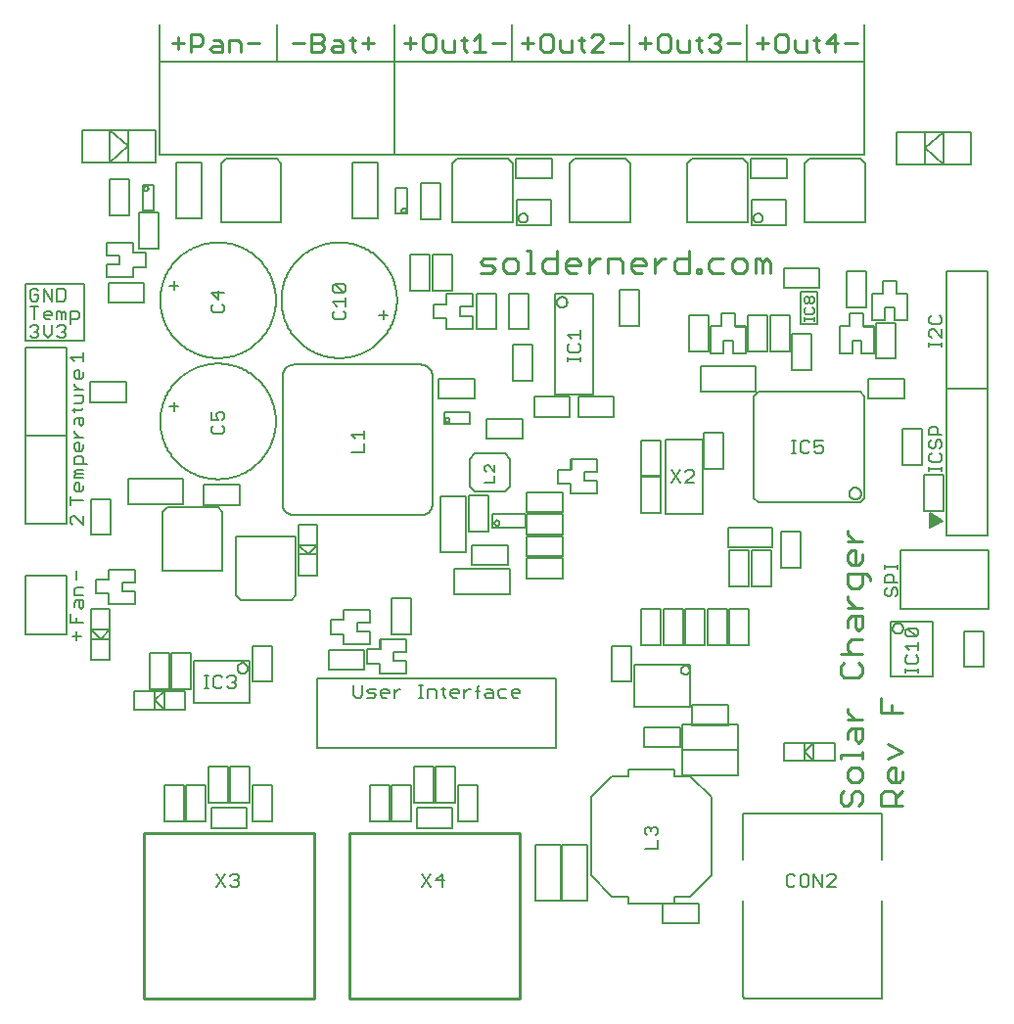
<source format=gto>
G75*
%MOIN*%
%OFA0B0*%
%FSLAX25Y25*%
%IPPOS*%
%LPD*%
%AMOC8*
5,1,8,0,0,1.08239X$1,22.5*
%
%ADD10C,0.00700*%
%ADD11C,0.00591*%
%ADD12C,0.01100*%
%ADD13C,0.00900*%
%ADD14C,0.00600*%
%ADD15C,0.00500*%
%ADD16C,0.01000*%
D10*
X0132774Y0042722D02*
X0135643Y0047026D01*
X0137378Y0046308D02*
X0138095Y0047026D01*
X0139529Y0047026D01*
X0140247Y0046308D01*
X0140247Y0045591D01*
X0139529Y0044874D01*
X0140247Y0044157D01*
X0140247Y0043439D01*
X0139529Y0042722D01*
X0138095Y0042722D01*
X0137378Y0043439D01*
X0135643Y0042722D02*
X0132774Y0047026D01*
X0138812Y0044874D02*
X0139529Y0044874D01*
X0202774Y0042722D02*
X0205643Y0047026D01*
X0207378Y0044874D02*
X0210247Y0044874D01*
X0209529Y0047026D02*
X0207378Y0044874D01*
X0205643Y0042722D02*
X0202774Y0047026D01*
X0209529Y0047026D02*
X0209529Y0042722D01*
X0278624Y0055618D02*
X0282928Y0055618D01*
X0282928Y0058487D01*
X0282210Y0060222D02*
X0282928Y0060939D01*
X0282928Y0062374D01*
X0282210Y0063091D01*
X0281493Y0063091D01*
X0280776Y0062374D01*
X0280776Y0061657D01*
X0280776Y0062374D02*
X0280058Y0063091D01*
X0279341Y0063091D01*
X0278624Y0062374D01*
X0278624Y0060939D01*
X0279341Y0060222D01*
X0326920Y0046308D02*
X0326920Y0043439D01*
X0327637Y0042722D01*
X0329072Y0042722D01*
X0329789Y0043439D01*
X0331524Y0043439D02*
X0331524Y0046308D01*
X0332241Y0047026D01*
X0333675Y0047026D01*
X0334393Y0046308D01*
X0334393Y0043439D01*
X0333675Y0042722D01*
X0332241Y0042722D01*
X0331524Y0043439D01*
X0329789Y0046308D02*
X0329072Y0047026D01*
X0327637Y0047026D01*
X0326920Y0046308D01*
X0336128Y0047026D02*
X0338997Y0042722D01*
X0338997Y0047026D01*
X0340731Y0046308D02*
X0341449Y0047026D01*
X0342883Y0047026D01*
X0343601Y0046308D01*
X0343601Y0045591D01*
X0340731Y0042722D01*
X0343601Y0042722D01*
X0336128Y0042722D02*
X0336128Y0047026D01*
X0367374Y0115532D02*
X0367374Y0116966D01*
X0367374Y0116249D02*
X0371678Y0116249D01*
X0371678Y0115532D02*
X0371678Y0116966D01*
X0370960Y0118601D02*
X0371678Y0119318D01*
X0371678Y0120753D01*
X0370960Y0121470D01*
X0371678Y0123205D02*
X0371678Y0126074D01*
X0371678Y0124639D02*
X0367374Y0124639D01*
X0368808Y0123205D01*
X0368091Y0121470D02*
X0367374Y0120753D01*
X0367374Y0119318D01*
X0368091Y0118601D01*
X0370960Y0118601D01*
X0370960Y0127809D02*
X0368091Y0130678D01*
X0370960Y0130678D01*
X0371678Y0129960D01*
X0371678Y0128526D01*
X0370960Y0127809D01*
X0368091Y0127809D01*
X0367374Y0128526D01*
X0367374Y0129960D01*
X0368091Y0130678D01*
X0364085Y0141583D02*
X0364803Y0142301D01*
X0364803Y0143735D01*
X0364085Y0144453D01*
X0363368Y0144453D01*
X0362651Y0143735D01*
X0362651Y0142301D01*
X0361933Y0141583D01*
X0361216Y0141583D01*
X0360499Y0142301D01*
X0360499Y0143735D01*
X0361216Y0144453D01*
X0360499Y0146187D02*
X0360499Y0148339D01*
X0361216Y0149056D01*
X0362651Y0149056D01*
X0363368Y0148339D01*
X0363368Y0146187D01*
X0364803Y0146187D02*
X0360499Y0146187D01*
X0360499Y0150791D02*
X0360499Y0152226D01*
X0360499Y0151509D02*
X0364803Y0151509D01*
X0364803Y0152226D02*
X0364803Y0150791D01*
X0375499Y0184282D02*
X0375499Y0185716D01*
X0375499Y0184999D02*
X0379803Y0184999D01*
X0379803Y0184282D02*
X0379803Y0185716D01*
X0379085Y0187351D02*
X0376216Y0187351D01*
X0375499Y0188068D01*
X0375499Y0189503D01*
X0376216Y0190220D01*
X0376216Y0191955D02*
X0376933Y0191955D01*
X0377651Y0192672D01*
X0377651Y0194107D01*
X0378368Y0194824D01*
X0379085Y0194824D01*
X0379803Y0194107D01*
X0379803Y0192672D01*
X0379085Y0191955D01*
X0379085Y0190220D02*
X0379803Y0189503D01*
X0379803Y0188068D01*
X0379085Y0187351D01*
X0376216Y0191955D02*
X0375499Y0192672D01*
X0375499Y0194107D01*
X0376216Y0194824D01*
X0375499Y0196559D02*
X0375499Y0198710D01*
X0376216Y0199428D01*
X0377651Y0199428D01*
X0378368Y0198710D01*
X0378368Y0196559D01*
X0379803Y0196559D02*
X0375499Y0196559D01*
X0375499Y0226583D02*
X0375499Y0228018D01*
X0375499Y0227301D02*
X0379803Y0227301D01*
X0379803Y0228018D02*
X0379803Y0226583D01*
X0379803Y0229653D02*
X0376933Y0232522D01*
X0376216Y0232522D01*
X0375499Y0231805D01*
X0375499Y0230370D01*
X0376216Y0229653D01*
X0379803Y0229653D02*
X0379803Y0232522D01*
X0379085Y0234257D02*
X0376216Y0234257D01*
X0375499Y0234974D01*
X0375499Y0236409D01*
X0376216Y0237126D01*
X0379085Y0237126D02*
X0379803Y0236409D01*
X0379803Y0234974D01*
X0379085Y0234257D01*
X0339281Y0194526D02*
X0336412Y0194526D01*
X0336412Y0192374D01*
X0337847Y0193091D01*
X0338564Y0193091D01*
X0339281Y0192374D01*
X0339281Y0190939D01*
X0338564Y0190222D01*
X0337129Y0190222D01*
X0336412Y0190939D01*
X0334677Y0190939D02*
X0333960Y0190222D01*
X0332526Y0190222D01*
X0331808Y0190939D01*
X0331808Y0193808D01*
X0332526Y0194526D01*
X0333960Y0194526D01*
X0334677Y0193808D01*
X0330174Y0194526D02*
X0328739Y0194526D01*
X0329456Y0194526D02*
X0329456Y0190222D01*
X0328739Y0190222D02*
X0330174Y0190222D01*
X0295247Y0183808D02*
X0295247Y0183091D01*
X0292378Y0180222D01*
X0295247Y0180222D01*
X0295247Y0183808D02*
X0294529Y0184526D01*
X0293095Y0184526D01*
X0292378Y0183808D01*
X0290643Y0184526D02*
X0287774Y0180222D01*
X0290643Y0180222D02*
X0287774Y0184526D01*
X0222339Y0111401D02*
X0221622Y0110683D01*
X0221622Y0107097D01*
X0220905Y0109249D02*
X0222339Y0109249D01*
X0223974Y0107814D02*
X0224691Y0108532D01*
X0226843Y0108532D01*
X0226843Y0109249D02*
X0226843Y0107097D01*
X0224691Y0107097D01*
X0223974Y0107814D01*
X0224691Y0109966D02*
X0226126Y0109966D01*
X0226843Y0109249D01*
X0228578Y0109249D02*
X0228578Y0107814D01*
X0229295Y0107097D01*
X0231447Y0107097D01*
X0233182Y0107814D02*
X0233182Y0109249D01*
X0233899Y0109966D01*
X0235334Y0109966D01*
X0236051Y0109249D01*
X0236051Y0108532D01*
X0233182Y0108532D01*
X0233182Y0107814D02*
X0233899Y0107097D01*
X0235334Y0107097D01*
X0231447Y0109966D02*
X0229295Y0109966D01*
X0228578Y0109249D01*
X0219220Y0109966D02*
X0218503Y0109966D01*
X0217068Y0108532D01*
X0217068Y0109966D02*
X0217068Y0107097D01*
X0215333Y0108532D02*
X0212464Y0108532D01*
X0212464Y0109249D02*
X0213181Y0109966D01*
X0214616Y0109966D01*
X0215333Y0109249D01*
X0215333Y0108532D01*
X0214616Y0107097D02*
X0213181Y0107097D01*
X0212464Y0107814D01*
X0212464Y0109249D01*
X0210829Y0109966D02*
X0209395Y0109966D01*
X0210112Y0110683D02*
X0210112Y0107814D01*
X0210829Y0107097D01*
X0207660Y0107097D02*
X0207660Y0109249D01*
X0206943Y0109966D01*
X0204791Y0109966D01*
X0204791Y0107097D01*
X0203156Y0107097D02*
X0201722Y0107097D01*
X0202439Y0107097D02*
X0202439Y0111401D01*
X0201722Y0111401D02*
X0203156Y0111401D01*
X0195433Y0109966D02*
X0194716Y0109966D01*
X0193281Y0108532D01*
X0193281Y0109966D02*
X0193281Y0107097D01*
X0191546Y0108532D02*
X0188677Y0108532D01*
X0188677Y0109249D02*
X0189394Y0109966D01*
X0190829Y0109966D01*
X0191546Y0109249D01*
X0191546Y0108532D01*
X0190829Y0107097D02*
X0189394Y0107097D01*
X0188677Y0107814D01*
X0188677Y0109249D01*
X0186942Y0109966D02*
X0184791Y0109966D01*
X0184073Y0109249D01*
X0184791Y0108532D01*
X0186225Y0108532D01*
X0186942Y0107814D01*
X0186225Y0107097D01*
X0184073Y0107097D01*
X0182338Y0107814D02*
X0182338Y0111401D01*
X0179469Y0111401D02*
X0179469Y0107814D01*
X0180187Y0107097D01*
X0181621Y0107097D01*
X0182338Y0107814D01*
X0139281Y0110939D02*
X0138564Y0110222D01*
X0137129Y0110222D01*
X0136412Y0110939D01*
X0134677Y0110939D02*
X0133960Y0110222D01*
X0132526Y0110222D01*
X0131808Y0110939D01*
X0131808Y0113808D01*
X0132526Y0114526D01*
X0133960Y0114526D01*
X0134677Y0113808D01*
X0136412Y0113808D02*
X0137129Y0114526D01*
X0138564Y0114526D01*
X0139281Y0113808D01*
X0139281Y0113091D01*
X0138564Y0112374D01*
X0139281Y0111657D01*
X0139281Y0110939D01*
X0138564Y0112374D02*
X0137847Y0112374D01*
X0130174Y0114526D02*
X0128739Y0114526D01*
X0129456Y0114526D02*
X0129456Y0110222D01*
X0128739Y0110222D02*
X0130174Y0110222D01*
X0087303Y0132691D02*
X0082999Y0132691D01*
X0082999Y0135560D01*
X0085151Y0134126D02*
X0085151Y0132691D01*
X0085151Y0129539D02*
X0085151Y0126670D01*
X0086585Y0128105D02*
X0083716Y0128105D01*
X0086585Y0137295D02*
X0085868Y0138012D01*
X0085868Y0140164D01*
X0085151Y0140164D02*
X0087303Y0140164D01*
X0087303Y0138012D01*
X0086585Y0137295D01*
X0084433Y0138012D02*
X0084433Y0139447D01*
X0085151Y0140164D01*
X0084433Y0141899D02*
X0084433Y0144051D01*
X0085151Y0144768D01*
X0087303Y0144768D01*
X0087303Y0141899D02*
X0084433Y0141899D01*
X0085151Y0147295D02*
X0085151Y0150164D01*
X0083716Y0166045D02*
X0082999Y0166762D01*
X0082999Y0168197D01*
X0083716Y0168914D01*
X0084433Y0168914D01*
X0087303Y0166045D01*
X0087303Y0168914D01*
X0087303Y0174120D02*
X0082999Y0174120D01*
X0082999Y0175554D02*
X0082999Y0172685D01*
X0085151Y0177289D02*
X0084433Y0178006D01*
X0084433Y0179441D01*
X0085151Y0180158D01*
X0085868Y0180158D01*
X0085868Y0177289D01*
X0086585Y0177289D02*
X0085151Y0177289D01*
X0086585Y0177289D02*
X0087303Y0178006D01*
X0087303Y0179441D01*
X0087303Y0181893D02*
X0084433Y0181893D01*
X0084433Y0182610D01*
X0085151Y0183327D01*
X0084433Y0184045D01*
X0085151Y0184762D01*
X0087303Y0184762D01*
X0087303Y0183327D02*
X0085151Y0183327D01*
X0084433Y0186497D02*
X0084433Y0188649D01*
X0085151Y0189366D01*
X0086585Y0189366D01*
X0087303Y0188649D01*
X0087303Y0186497D01*
X0088737Y0186497D02*
X0084433Y0186497D01*
X0085151Y0191101D02*
X0084433Y0191818D01*
X0084433Y0193253D01*
X0085151Y0193970D01*
X0085868Y0193970D01*
X0085868Y0191101D01*
X0086585Y0191101D02*
X0085151Y0191101D01*
X0086585Y0191101D02*
X0087303Y0191818D01*
X0087303Y0193253D01*
X0087303Y0195705D02*
X0084433Y0195705D01*
X0084433Y0197139D02*
X0084433Y0197857D01*
X0084433Y0197139D02*
X0085868Y0195705D01*
X0086585Y0199541D02*
X0085868Y0200259D01*
X0085868Y0202410D01*
X0085151Y0202410D02*
X0087303Y0202410D01*
X0087303Y0200259D01*
X0086585Y0199541D01*
X0084433Y0200259D02*
X0084433Y0201693D01*
X0085151Y0202410D01*
X0084433Y0204145D02*
X0084433Y0205580D01*
X0083716Y0204862D02*
X0086585Y0204862D01*
X0087303Y0205580D01*
X0086585Y0207214D02*
X0087303Y0207932D01*
X0087303Y0210084D01*
X0084433Y0210084D01*
X0084433Y0211818D02*
X0087303Y0211818D01*
X0085868Y0211818D02*
X0084433Y0213253D01*
X0084433Y0213970D01*
X0085151Y0215655D02*
X0084433Y0216372D01*
X0084433Y0217807D01*
X0085151Y0218524D01*
X0085868Y0218524D01*
X0085868Y0215655D01*
X0086585Y0215655D02*
X0085151Y0215655D01*
X0086585Y0215655D02*
X0087303Y0216372D01*
X0087303Y0217807D01*
X0087303Y0221670D02*
X0087303Y0224539D01*
X0087303Y0223105D02*
X0082999Y0223105D01*
X0084433Y0221670D01*
X0080612Y0229597D02*
X0079178Y0229597D01*
X0078460Y0230314D01*
X0076726Y0231032D02*
X0076726Y0233901D01*
X0078460Y0233183D02*
X0079178Y0233901D01*
X0080612Y0233901D01*
X0081330Y0233183D01*
X0081330Y0232466D01*
X0080612Y0231749D01*
X0081330Y0231032D01*
X0081330Y0230314D01*
X0080612Y0229597D01*
X0080612Y0231749D02*
X0079895Y0231749D01*
X0076726Y0231032D02*
X0075291Y0229597D01*
X0073856Y0231032D01*
X0073856Y0233901D01*
X0072122Y0233183D02*
X0072122Y0232466D01*
X0071404Y0231749D01*
X0072122Y0231032D01*
X0072122Y0230314D01*
X0071404Y0229597D01*
X0069970Y0229597D01*
X0069253Y0230314D01*
X0070687Y0231749D02*
X0071404Y0231749D01*
X0072122Y0233183D02*
X0071404Y0233901D01*
X0069970Y0233901D01*
X0069253Y0233183D01*
X0070687Y0235847D02*
X0070687Y0240151D01*
X0069253Y0240151D02*
X0072122Y0240151D01*
X0071404Y0242097D02*
X0072122Y0242814D01*
X0072122Y0244249D01*
X0070687Y0244249D01*
X0069253Y0245683D02*
X0069253Y0242814D01*
X0069970Y0242097D01*
X0071404Y0242097D01*
X0073856Y0242097D02*
X0073856Y0246401D01*
X0076726Y0242097D01*
X0076726Y0246401D01*
X0078460Y0246401D02*
X0078460Y0242097D01*
X0080612Y0242097D01*
X0081330Y0242814D01*
X0081330Y0245683D01*
X0080612Y0246401D01*
X0078460Y0246401D01*
X0072122Y0245683D02*
X0071404Y0246401D01*
X0069970Y0246401D01*
X0069253Y0245683D01*
X0074574Y0238716D02*
X0076008Y0238716D01*
X0076726Y0237999D01*
X0076726Y0237282D01*
X0073856Y0237282D01*
X0073856Y0237999D02*
X0074574Y0238716D01*
X0073856Y0237999D02*
X0073856Y0236564D01*
X0074574Y0235847D01*
X0076008Y0235847D01*
X0078460Y0235847D02*
X0078460Y0238716D01*
X0079178Y0238716D01*
X0079895Y0237999D01*
X0080612Y0238716D01*
X0081330Y0237999D01*
X0081330Y0235847D01*
X0079895Y0235847D02*
X0079895Y0237999D01*
X0083064Y0238716D02*
X0083064Y0234412D01*
X0083064Y0235847D02*
X0085216Y0235847D01*
X0085933Y0236564D01*
X0085933Y0237999D01*
X0085216Y0238716D01*
X0083064Y0238716D01*
X0084433Y0207214D02*
X0086585Y0207214D01*
X0131124Y0204341D02*
X0131124Y0201472D01*
X0133276Y0201472D01*
X0132558Y0202907D01*
X0132558Y0203624D01*
X0133276Y0204341D01*
X0134710Y0204341D01*
X0135428Y0203624D01*
X0135428Y0202189D01*
X0134710Y0201472D01*
X0134710Y0199737D02*
X0135428Y0199020D01*
X0135428Y0197585D01*
X0134710Y0196868D01*
X0131841Y0196868D01*
X0131124Y0197585D01*
X0131124Y0199020D01*
X0131841Y0199737D01*
X0172374Y0236533D02*
X0173091Y0235816D01*
X0175960Y0235816D01*
X0176678Y0236533D01*
X0176678Y0237968D01*
X0175960Y0238685D01*
X0176678Y0240420D02*
X0176678Y0243289D01*
X0176678Y0241855D02*
X0172374Y0241855D01*
X0173808Y0240420D01*
X0173091Y0238685D02*
X0172374Y0237968D01*
X0172374Y0236533D01*
X0173091Y0245024D02*
X0172374Y0245741D01*
X0172374Y0247176D01*
X0173091Y0247893D01*
X0175960Y0245024D01*
X0176678Y0245741D01*
X0176678Y0247176D01*
X0175960Y0247893D01*
X0173091Y0247893D01*
X0173091Y0245024D02*
X0175960Y0245024D01*
X0135428Y0244874D02*
X0131124Y0244874D01*
X0133276Y0242722D01*
X0133276Y0245591D01*
X0134710Y0240987D02*
X0135428Y0240270D01*
X0135428Y0238835D01*
X0134710Y0238118D01*
X0131841Y0238118D01*
X0131124Y0238835D01*
X0131124Y0240270D01*
X0131841Y0240987D01*
X0178624Y0196657D02*
X0182928Y0196657D01*
X0182928Y0198091D02*
X0182928Y0195222D01*
X0182928Y0193487D02*
X0182928Y0190618D01*
X0178624Y0190618D01*
X0180058Y0195222D02*
X0178624Y0196657D01*
D11*
X0155187Y0216526D02*
X0155189Y0216650D01*
X0155195Y0216773D01*
X0155204Y0216897D01*
X0155218Y0217019D01*
X0155235Y0217142D01*
X0155257Y0217264D01*
X0155282Y0217385D01*
X0155311Y0217505D01*
X0155343Y0217624D01*
X0155380Y0217743D01*
X0155420Y0217860D01*
X0155463Y0217975D01*
X0155511Y0218090D01*
X0155562Y0218202D01*
X0155616Y0218313D01*
X0155674Y0218423D01*
X0155735Y0218530D01*
X0155800Y0218636D01*
X0155868Y0218739D01*
X0155939Y0218840D01*
X0156013Y0218939D01*
X0156090Y0219036D01*
X0156171Y0219130D01*
X0156254Y0219221D01*
X0156340Y0219310D01*
X0156429Y0219396D01*
X0156520Y0219479D01*
X0156614Y0219560D01*
X0156711Y0219637D01*
X0156810Y0219711D01*
X0156911Y0219782D01*
X0157014Y0219850D01*
X0157120Y0219915D01*
X0157227Y0219976D01*
X0157337Y0220034D01*
X0157448Y0220088D01*
X0157560Y0220139D01*
X0157675Y0220187D01*
X0157790Y0220230D01*
X0157907Y0220270D01*
X0158026Y0220307D01*
X0158145Y0220339D01*
X0158265Y0220368D01*
X0158386Y0220393D01*
X0158508Y0220415D01*
X0158631Y0220432D01*
X0158753Y0220446D01*
X0158877Y0220455D01*
X0159000Y0220461D01*
X0159124Y0220463D01*
X0202431Y0220463D01*
X0202555Y0220461D01*
X0202678Y0220455D01*
X0202802Y0220446D01*
X0202924Y0220432D01*
X0203047Y0220415D01*
X0203169Y0220393D01*
X0203290Y0220368D01*
X0203410Y0220339D01*
X0203529Y0220307D01*
X0203648Y0220270D01*
X0203765Y0220230D01*
X0203880Y0220187D01*
X0203995Y0220139D01*
X0204107Y0220088D01*
X0204218Y0220034D01*
X0204328Y0219976D01*
X0204435Y0219915D01*
X0204541Y0219850D01*
X0204644Y0219782D01*
X0204745Y0219711D01*
X0204844Y0219637D01*
X0204941Y0219560D01*
X0205035Y0219479D01*
X0205126Y0219396D01*
X0205215Y0219310D01*
X0205301Y0219221D01*
X0205384Y0219130D01*
X0205465Y0219036D01*
X0205542Y0218939D01*
X0205616Y0218840D01*
X0205687Y0218739D01*
X0205755Y0218636D01*
X0205820Y0218530D01*
X0205881Y0218423D01*
X0205939Y0218313D01*
X0205993Y0218202D01*
X0206044Y0218090D01*
X0206092Y0217975D01*
X0206135Y0217860D01*
X0206175Y0217743D01*
X0206212Y0217624D01*
X0206244Y0217505D01*
X0206273Y0217385D01*
X0206298Y0217264D01*
X0206320Y0217142D01*
X0206337Y0217019D01*
X0206351Y0216897D01*
X0206360Y0216773D01*
X0206366Y0216650D01*
X0206368Y0216526D01*
X0206368Y0173219D01*
X0208947Y0175571D02*
X0217608Y0175571D01*
X0217608Y0156673D01*
X0208947Y0156673D01*
X0208947Y0175571D01*
X0206368Y0173219D02*
X0206366Y0173095D01*
X0206360Y0172972D01*
X0206351Y0172848D01*
X0206337Y0172726D01*
X0206320Y0172603D01*
X0206298Y0172481D01*
X0206273Y0172360D01*
X0206244Y0172240D01*
X0206212Y0172121D01*
X0206175Y0172002D01*
X0206135Y0171885D01*
X0206092Y0171770D01*
X0206044Y0171655D01*
X0205993Y0171543D01*
X0205939Y0171432D01*
X0205881Y0171322D01*
X0205820Y0171215D01*
X0205755Y0171109D01*
X0205687Y0171006D01*
X0205616Y0170905D01*
X0205542Y0170806D01*
X0205465Y0170709D01*
X0205384Y0170615D01*
X0205301Y0170524D01*
X0205215Y0170435D01*
X0205126Y0170349D01*
X0205035Y0170266D01*
X0204941Y0170185D01*
X0204844Y0170108D01*
X0204745Y0170034D01*
X0204644Y0169963D01*
X0204541Y0169895D01*
X0204435Y0169830D01*
X0204328Y0169769D01*
X0204218Y0169711D01*
X0204107Y0169657D01*
X0203995Y0169606D01*
X0203880Y0169558D01*
X0203765Y0169515D01*
X0203648Y0169475D01*
X0203529Y0169438D01*
X0203410Y0169406D01*
X0203290Y0169377D01*
X0203169Y0169352D01*
X0203047Y0169330D01*
X0202924Y0169313D01*
X0202802Y0169299D01*
X0202678Y0169290D01*
X0202555Y0169284D01*
X0202431Y0169282D01*
X0202431Y0169281D02*
X0159124Y0169281D01*
X0160753Y0166033D02*
X0167052Y0166033D01*
X0167052Y0158947D01*
X0160753Y0158947D01*
X0163903Y0155797D01*
X0167052Y0158947D01*
X0167052Y0155797D01*
X0163903Y0155797D01*
X0160753Y0155797D01*
X0160753Y0158947D01*
X0160753Y0166033D01*
X0159764Y0161959D02*
X0159764Y0141880D01*
X0158189Y0140305D01*
X0140866Y0140305D01*
X0139291Y0141880D01*
X0139291Y0161959D01*
X0159764Y0161959D01*
X0160753Y0155797D02*
X0160753Y0148711D01*
X0167052Y0148711D01*
X0167052Y0155797D01*
X0159124Y0169282D02*
X0159000Y0169284D01*
X0158877Y0169290D01*
X0158753Y0169299D01*
X0158631Y0169313D01*
X0158508Y0169330D01*
X0158386Y0169352D01*
X0158265Y0169377D01*
X0158145Y0169406D01*
X0158026Y0169438D01*
X0157907Y0169475D01*
X0157790Y0169515D01*
X0157675Y0169558D01*
X0157560Y0169606D01*
X0157448Y0169657D01*
X0157337Y0169711D01*
X0157227Y0169769D01*
X0157120Y0169830D01*
X0157014Y0169895D01*
X0156911Y0169963D01*
X0156810Y0170034D01*
X0156711Y0170108D01*
X0156614Y0170185D01*
X0156520Y0170266D01*
X0156429Y0170349D01*
X0156340Y0170435D01*
X0156254Y0170524D01*
X0156171Y0170615D01*
X0156090Y0170709D01*
X0156013Y0170806D01*
X0155939Y0170905D01*
X0155868Y0171006D01*
X0155800Y0171109D01*
X0155735Y0171215D01*
X0155674Y0171322D01*
X0155616Y0171432D01*
X0155562Y0171543D01*
X0155511Y0171655D01*
X0155463Y0171770D01*
X0155420Y0171885D01*
X0155380Y0172002D01*
X0155343Y0172121D01*
X0155311Y0172240D01*
X0155282Y0172360D01*
X0155257Y0172481D01*
X0155235Y0172603D01*
X0155218Y0172726D01*
X0155204Y0172848D01*
X0155195Y0172972D01*
X0155189Y0173095D01*
X0155187Y0173219D01*
X0155187Y0216526D01*
X0113593Y0201122D02*
X0113599Y0201605D01*
X0113617Y0202088D01*
X0113646Y0202570D01*
X0113688Y0203051D01*
X0113741Y0203532D01*
X0113806Y0204010D01*
X0113883Y0204487D01*
X0113971Y0204962D01*
X0114071Y0205435D01*
X0114183Y0205905D01*
X0114306Y0206372D01*
X0114441Y0206836D01*
X0114587Y0207297D01*
X0114744Y0207754D01*
X0114912Y0208207D01*
X0115091Y0208655D01*
X0115282Y0209099D01*
X0115483Y0209538D01*
X0115695Y0209973D01*
X0115917Y0210401D01*
X0116150Y0210825D01*
X0116394Y0211242D01*
X0116647Y0211653D01*
X0116911Y0212058D01*
X0117184Y0212457D01*
X0117467Y0212848D01*
X0117759Y0213233D01*
X0118061Y0213610D01*
X0118372Y0213980D01*
X0118692Y0214342D01*
X0119021Y0214696D01*
X0119359Y0215041D01*
X0119704Y0215379D01*
X0120058Y0215708D01*
X0120420Y0216028D01*
X0120790Y0216339D01*
X0121167Y0216641D01*
X0121552Y0216933D01*
X0121943Y0217216D01*
X0122342Y0217489D01*
X0122747Y0217753D01*
X0123158Y0218006D01*
X0123575Y0218250D01*
X0123999Y0218483D01*
X0124427Y0218705D01*
X0124862Y0218917D01*
X0125301Y0219118D01*
X0125745Y0219309D01*
X0126193Y0219488D01*
X0126646Y0219656D01*
X0127103Y0219813D01*
X0127564Y0219959D01*
X0128028Y0220094D01*
X0128495Y0220217D01*
X0128965Y0220329D01*
X0129438Y0220429D01*
X0129913Y0220517D01*
X0130390Y0220594D01*
X0130868Y0220659D01*
X0131349Y0220712D01*
X0131830Y0220754D01*
X0132312Y0220783D01*
X0132795Y0220801D01*
X0133278Y0220807D01*
X0133761Y0220801D01*
X0134244Y0220783D01*
X0134726Y0220754D01*
X0135207Y0220712D01*
X0135688Y0220659D01*
X0136166Y0220594D01*
X0136643Y0220517D01*
X0137118Y0220429D01*
X0137591Y0220329D01*
X0138061Y0220217D01*
X0138528Y0220094D01*
X0138992Y0219959D01*
X0139453Y0219813D01*
X0139910Y0219656D01*
X0140363Y0219488D01*
X0140811Y0219309D01*
X0141255Y0219118D01*
X0141694Y0218917D01*
X0142129Y0218705D01*
X0142557Y0218483D01*
X0142981Y0218250D01*
X0143398Y0218006D01*
X0143809Y0217753D01*
X0144214Y0217489D01*
X0144613Y0217216D01*
X0145004Y0216933D01*
X0145389Y0216641D01*
X0145766Y0216339D01*
X0146136Y0216028D01*
X0146498Y0215708D01*
X0146852Y0215379D01*
X0147197Y0215041D01*
X0147535Y0214696D01*
X0147864Y0214342D01*
X0148184Y0213980D01*
X0148495Y0213610D01*
X0148797Y0213233D01*
X0149089Y0212848D01*
X0149372Y0212457D01*
X0149645Y0212058D01*
X0149909Y0211653D01*
X0150162Y0211242D01*
X0150406Y0210825D01*
X0150639Y0210401D01*
X0150861Y0209973D01*
X0151073Y0209538D01*
X0151274Y0209099D01*
X0151465Y0208655D01*
X0151644Y0208207D01*
X0151812Y0207754D01*
X0151969Y0207297D01*
X0152115Y0206836D01*
X0152250Y0206372D01*
X0152373Y0205905D01*
X0152485Y0205435D01*
X0152585Y0204962D01*
X0152673Y0204487D01*
X0152750Y0204010D01*
X0152815Y0203532D01*
X0152868Y0203051D01*
X0152910Y0202570D01*
X0152939Y0202088D01*
X0152957Y0201605D01*
X0152963Y0201122D01*
X0152957Y0200639D01*
X0152939Y0200156D01*
X0152910Y0199674D01*
X0152868Y0199193D01*
X0152815Y0198712D01*
X0152750Y0198234D01*
X0152673Y0197757D01*
X0152585Y0197282D01*
X0152485Y0196809D01*
X0152373Y0196339D01*
X0152250Y0195872D01*
X0152115Y0195408D01*
X0151969Y0194947D01*
X0151812Y0194490D01*
X0151644Y0194037D01*
X0151465Y0193589D01*
X0151274Y0193145D01*
X0151073Y0192706D01*
X0150861Y0192271D01*
X0150639Y0191843D01*
X0150406Y0191419D01*
X0150162Y0191002D01*
X0149909Y0190591D01*
X0149645Y0190186D01*
X0149372Y0189787D01*
X0149089Y0189396D01*
X0148797Y0189011D01*
X0148495Y0188634D01*
X0148184Y0188264D01*
X0147864Y0187902D01*
X0147535Y0187548D01*
X0147197Y0187203D01*
X0146852Y0186865D01*
X0146498Y0186536D01*
X0146136Y0186216D01*
X0145766Y0185905D01*
X0145389Y0185603D01*
X0145004Y0185311D01*
X0144613Y0185028D01*
X0144214Y0184755D01*
X0143809Y0184491D01*
X0143398Y0184238D01*
X0142981Y0183994D01*
X0142557Y0183761D01*
X0142129Y0183539D01*
X0141694Y0183327D01*
X0141255Y0183126D01*
X0140811Y0182935D01*
X0140363Y0182756D01*
X0139910Y0182588D01*
X0139453Y0182431D01*
X0138992Y0182285D01*
X0138528Y0182150D01*
X0138061Y0182027D01*
X0137591Y0181915D01*
X0137118Y0181815D01*
X0136643Y0181727D01*
X0136166Y0181650D01*
X0135688Y0181585D01*
X0135207Y0181532D01*
X0134726Y0181490D01*
X0134244Y0181461D01*
X0133761Y0181443D01*
X0133278Y0181437D01*
X0132795Y0181443D01*
X0132312Y0181461D01*
X0131830Y0181490D01*
X0131349Y0181532D01*
X0130868Y0181585D01*
X0130390Y0181650D01*
X0129913Y0181727D01*
X0129438Y0181815D01*
X0128965Y0181915D01*
X0128495Y0182027D01*
X0128028Y0182150D01*
X0127564Y0182285D01*
X0127103Y0182431D01*
X0126646Y0182588D01*
X0126193Y0182756D01*
X0125745Y0182935D01*
X0125301Y0183126D01*
X0124862Y0183327D01*
X0124427Y0183539D01*
X0123999Y0183761D01*
X0123575Y0183994D01*
X0123158Y0184238D01*
X0122747Y0184491D01*
X0122342Y0184755D01*
X0121943Y0185028D01*
X0121552Y0185311D01*
X0121167Y0185603D01*
X0120790Y0185905D01*
X0120420Y0186216D01*
X0120058Y0186536D01*
X0119704Y0186865D01*
X0119359Y0187203D01*
X0119021Y0187548D01*
X0118692Y0187902D01*
X0118372Y0188264D01*
X0118061Y0188634D01*
X0117759Y0189011D01*
X0117467Y0189396D01*
X0117184Y0189787D01*
X0116911Y0190186D01*
X0116647Y0190591D01*
X0116394Y0191002D01*
X0116150Y0191419D01*
X0115917Y0191843D01*
X0115695Y0192271D01*
X0115483Y0192706D01*
X0115282Y0193145D01*
X0115091Y0193589D01*
X0114912Y0194037D01*
X0114744Y0194490D01*
X0114587Y0194947D01*
X0114441Y0195408D01*
X0114306Y0195872D01*
X0114183Y0196339D01*
X0114071Y0196809D01*
X0113971Y0197282D01*
X0113883Y0197757D01*
X0113806Y0198234D01*
X0113741Y0198712D01*
X0113688Y0199193D01*
X0113646Y0199674D01*
X0113617Y0200156D01*
X0113599Y0200639D01*
X0113593Y0201122D01*
X0118278Y0204622D02*
X0118278Y0207622D01*
X0119778Y0206122D02*
X0116778Y0206122D01*
X0101880Y0207776D02*
X0101880Y0214469D01*
X0089675Y0214469D01*
X0089675Y0207776D01*
X0101880Y0207776D01*
X0081528Y0196122D02*
X0081528Y0226122D01*
X0067528Y0226122D01*
X0067528Y0196122D01*
X0081528Y0196122D01*
X0081528Y0166122D01*
X0067528Y0166122D01*
X0067528Y0196122D01*
X0081528Y0196122D01*
X0102579Y0181703D02*
X0121476Y0181703D01*
X0121476Y0173041D01*
X0102579Y0173041D01*
X0102579Y0181703D01*
X0096624Y0174724D02*
X0089931Y0174724D01*
X0089931Y0162520D01*
X0096624Y0162520D01*
X0096624Y0174724D01*
X0114291Y0170364D02*
X0114291Y0150285D01*
X0134764Y0150285D01*
X0134764Y0170364D01*
X0133189Y0171939D01*
X0115866Y0171939D01*
X0114291Y0170364D01*
X0128425Y0172776D02*
X0128425Y0179469D01*
X0140630Y0179469D01*
X0140630Y0172776D01*
X0128425Y0172776D01*
X0104970Y0150778D02*
X0104970Y0146447D01*
X0100640Y0146447D01*
X0100640Y0143297D01*
X0104970Y0143297D01*
X0104970Y0138967D01*
X0095915Y0138967D01*
X0095915Y0142510D01*
X0091585Y0142510D01*
X0091585Y0147234D01*
X0095915Y0147234D01*
X0095915Y0150778D01*
X0104970Y0150778D01*
X0096427Y0137283D02*
X0090128Y0137283D01*
X0090128Y0130197D01*
X0093278Y0127047D01*
X0096427Y0130197D01*
X0090128Y0130197D01*
X0090128Y0127047D01*
X0093278Y0127047D01*
X0096427Y0127047D01*
X0096427Y0119961D01*
X0090128Y0119961D01*
X0090128Y0127047D01*
X0096427Y0127047D02*
X0096427Y0130197D01*
X0096427Y0137283D01*
X0109931Y0122224D02*
X0109931Y0110020D01*
X0116624Y0110020D01*
X0116624Y0122224D01*
X0109931Y0122224D01*
X0117431Y0122224D02*
X0117431Y0110020D01*
X0124124Y0110020D01*
X0124124Y0122224D01*
X0117431Y0122224D01*
X0125079Y0119459D02*
X0143976Y0119459D01*
X0143976Y0105285D01*
X0125079Y0105285D01*
X0125079Y0119459D01*
X0121939Y0109272D02*
X0114852Y0109272D01*
X0111703Y0106122D01*
X0114852Y0102972D01*
X0114852Y0109272D01*
X0111703Y0109272D01*
X0111703Y0106122D01*
X0111703Y0102972D01*
X0104616Y0102972D01*
X0104616Y0109272D01*
X0111703Y0109272D01*
X0111703Y0102972D02*
X0114852Y0102972D01*
X0121939Y0102972D01*
X0121939Y0109272D01*
X0139853Y0117096D02*
X0139855Y0117180D01*
X0139861Y0117263D01*
X0139871Y0117347D01*
X0139885Y0117429D01*
X0139903Y0117511D01*
X0139924Y0117592D01*
X0139950Y0117672D01*
X0139979Y0117750D01*
X0140012Y0117828D01*
X0140049Y0117903D01*
X0140089Y0117976D01*
X0140133Y0118048D01*
X0140180Y0118117D01*
X0140230Y0118185D01*
X0140283Y0118249D01*
X0140340Y0118311D01*
X0140399Y0118370D01*
X0140461Y0118427D01*
X0140525Y0118480D01*
X0140593Y0118530D01*
X0140662Y0118577D01*
X0140733Y0118621D01*
X0140807Y0118661D01*
X0140882Y0118698D01*
X0140960Y0118731D01*
X0141038Y0118760D01*
X0141118Y0118786D01*
X0141199Y0118807D01*
X0141281Y0118825D01*
X0141363Y0118839D01*
X0141447Y0118849D01*
X0141530Y0118855D01*
X0141614Y0118857D01*
X0141698Y0118855D01*
X0141781Y0118849D01*
X0141865Y0118839D01*
X0141947Y0118825D01*
X0142029Y0118807D01*
X0142110Y0118786D01*
X0142190Y0118760D01*
X0142268Y0118731D01*
X0142346Y0118698D01*
X0142421Y0118661D01*
X0142494Y0118621D01*
X0142566Y0118577D01*
X0142635Y0118530D01*
X0142703Y0118480D01*
X0142767Y0118427D01*
X0142829Y0118370D01*
X0142888Y0118311D01*
X0142945Y0118249D01*
X0142998Y0118185D01*
X0143048Y0118117D01*
X0143095Y0118048D01*
X0143139Y0117977D01*
X0143179Y0117903D01*
X0143216Y0117828D01*
X0143249Y0117750D01*
X0143278Y0117672D01*
X0143304Y0117592D01*
X0143325Y0117511D01*
X0143343Y0117429D01*
X0143357Y0117347D01*
X0143367Y0117263D01*
X0143373Y0117180D01*
X0143375Y0117096D01*
X0143373Y0117012D01*
X0143367Y0116929D01*
X0143357Y0116845D01*
X0143343Y0116763D01*
X0143325Y0116681D01*
X0143304Y0116600D01*
X0143278Y0116520D01*
X0143249Y0116442D01*
X0143216Y0116364D01*
X0143179Y0116289D01*
X0143139Y0116216D01*
X0143095Y0116144D01*
X0143048Y0116075D01*
X0142998Y0116007D01*
X0142945Y0115943D01*
X0142888Y0115881D01*
X0142829Y0115822D01*
X0142767Y0115765D01*
X0142703Y0115712D01*
X0142635Y0115662D01*
X0142566Y0115615D01*
X0142495Y0115571D01*
X0142421Y0115531D01*
X0142346Y0115494D01*
X0142268Y0115461D01*
X0142190Y0115432D01*
X0142110Y0115406D01*
X0142029Y0115385D01*
X0141947Y0115367D01*
X0141865Y0115353D01*
X0141781Y0115343D01*
X0141698Y0115337D01*
X0141614Y0115335D01*
X0141530Y0115337D01*
X0141447Y0115343D01*
X0141363Y0115353D01*
X0141281Y0115367D01*
X0141199Y0115385D01*
X0141118Y0115406D01*
X0141038Y0115432D01*
X0140960Y0115461D01*
X0140882Y0115494D01*
X0140807Y0115531D01*
X0140734Y0115571D01*
X0140662Y0115615D01*
X0140593Y0115662D01*
X0140525Y0115712D01*
X0140461Y0115765D01*
X0140399Y0115822D01*
X0140340Y0115881D01*
X0140283Y0115943D01*
X0140230Y0116007D01*
X0140180Y0116075D01*
X0140133Y0116144D01*
X0140089Y0116215D01*
X0140049Y0116289D01*
X0140012Y0116364D01*
X0139979Y0116442D01*
X0139950Y0116520D01*
X0139924Y0116600D01*
X0139903Y0116681D01*
X0139885Y0116763D01*
X0139871Y0116845D01*
X0139861Y0116929D01*
X0139855Y0117012D01*
X0139853Y0117096D01*
X0144931Y0112520D02*
X0151624Y0112520D01*
X0151624Y0124724D01*
X0144931Y0124724D01*
X0144931Y0112520D01*
X0167028Y0113622D02*
X0167028Y0089872D01*
X0248278Y0089872D01*
X0248278Y0113622D01*
X0167028Y0113622D01*
X0170925Y0116526D02*
X0170925Y0123219D01*
X0183130Y0123219D01*
X0183130Y0116526D01*
X0170925Y0116526D01*
X0175915Y0125217D02*
X0175915Y0128760D01*
X0171585Y0128760D01*
X0171585Y0133484D01*
X0175915Y0133484D01*
X0175915Y0137028D01*
X0184970Y0137028D01*
X0184970Y0132697D01*
X0180640Y0132697D01*
X0180640Y0129547D01*
X0184970Y0129547D01*
X0184970Y0125217D01*
X0175915Y0125217D01*
X0184085Y0123484D02*
X0184085Y0118760D01*
X0188415Y0118760D01*
X0188415Y0115217D01*
X0197470Y0115217D01*
X0197470Y0119547D01*
X0193140Y0119547D01*
X0193140Y0122697D01*
X0197470Y0122697D01*
X0197470Y0127028D01*
X0188415Y0127028D01*
X0188415Y0123484D01*
X0184085Y0123484D01*
X0192431Y0128770D02*
X0199124Y0128770D01*
X0199124Y0140974D01*
X0192431Y0140974D01*
X0192431Y0128770D01*
X0213829Y0142416D02*
X0213829Y0151078D01*
X0232726Y0151078D01*
X0232726Y0142416D01*
X0213829Y0142416D01*
X0219675Y0152151D02*
X0219675Y0158844D01*
X0231880Y0158844D01*
X0231880Y0152151D01*
X0219675Y0152151D01*
X0218681Y0163770D02*
X0225374Y0163770D01*
X0225374Y0175974D01*
X0218681Y0175974D01*
X0218681Y0163770D01*
X0226516Y0165010D02*
X0226516Y0169734D01*
X0237933Y0169734D01*
X0237933Y0165010D01*
X0226516Y0165010D01*
X0227407Y0166585D02*
X0227409Y0166644D01*
X0227415Y0166702D01*
X0227425Y0166760D01*
X0227438Y0166817D01*
X0227456Y0166874D01*
X0227477Y0166929D01*
X0227502Y0166982D01*
X0227530Y0167033D01*
X0227561Y0167083D01*
X0227596Y0167130D01*
X0227634Y0167175D01*
X0227675Y0167218D01*
X0227719Y0167257D01*
X0227765Y0167293D01*
X0227813Y0167327D01*
X0227864Y0167357D01*
X0227917Y0167383D01*
X0227971Y0167406D01*
X0228026Y0167425D01*
X0228083Y0167441D01*
X0228141Y0167453D01*
X0228199Y0167461D01*
X0228258Y0167465D01*
X0228316Y0167465D01*
X0228375Y0167461D01*
X0228433Y0167453D01*
X0228491Y0167441D01*
X0228548Y0167425D01*
X0228603Y0167406D01*
X0228657Y0167383D01*
X0228710Y0167357D01*
X0228761Y0167327D01*
X0228809Y0167293D01*
X0228855Y0167257D01*
X0228899Y0167218D01*
X0228940Y0167175D01*
X0228978Y0167130D01*
X0229013Y0167083D01*
X0229044Y0167033D01*
X0229072Y0166982D01*
X0229097Y0166929D01*
X0229118Y0166874D01*
X0229136Y0166817D01*
X0229149Y0166760D01*
X0229159Y0166702D01*
X0229165Y0166644D01*
X0229167Y0166585D01*
X0229165Y0166526D01*
X0229159Y0166468D01*
X0229149Y0166410D01*
X0229136Y0166353D01*
X0229118Y0166296D01*
X0229097Y0166241D01*
X0229072Y0166188D01*
X0229044Y0166137D01*
X0229013Y0166087D01*
X0228978Y0166040D01*
X0228940Y0165995D01*
X0228899Y0165952D01*
X0228855Y0165913D01*
X0228809Y0165877D01*
X0228761Y0165843D01*
X0228710Y0165813D01*
X0228657Y0165787D01*
X0228603Y0165764D01*
X0228548Y0165745D01*
X0228491Y0165729D01*
X0228433Y0165717D01*
X0228375Y0165709D01*
X0228316Y0165705D01*
X0228258Y0165705D01*
X0228199Y0165709D01*
X0228141Y0165717D01*
X0228083Y0165729D01*
X0228026Y0165745D01*
X0227971Y0165764D01*
X0227917Y0165787D01*
X0227864Y0165813D01*
X0227813Y0165843D01*
X0227765Y0165877D01*
X0227719Y0165913D01*
X0227675Y0165952D01*
X0227634Y0165995D01*
X0227596Y0166040D01*
X0227561Y0166087D01*
X0227530Y0166137D01*
X0227502Y0166188D01*
X0227477Y0166241D01*
X0227456Y0166296D01*
X0227438Y0166353D01*
X0227425Y0166410D01*
X0227415Y0166468D01*
X0227409Y0166526D01*
X0227407Y0166585D01*
X0238425Y0169469D02*
X0238425Y0162776D01*
X0250630Y0162776D01*
X0250630Y0169469D01*
X0238425Y0169469D01*
X0238425Y0170276D02*
X0238425Y0176969D01*
X0250630Y0176969D01*
X0250630Y0170276D01*
X0238425Y0170276D01*
X0238425Y0161969D02*
X0238425Y0155276D01*
X0250630Y0155276D01*
X0250630Y0161969D01*
X0238425Y0161969D01*
X0238425Y0154469D02*
X0238425Y0147776D01*
X0250630Y0147776D01*
X0250630Y0154469D01*
X0238425Y0154469D01*
X0230896Y0177126D02*
X0220659Y0177126D01*
X0218888Y0178898D01*
X0218888Y0188346D01*
X0220659Y0190118D01*
X0230896Y0190118D01*
X0232667Y0188346D01*
X0232667Y0178898D01*
X0230896Y0177126D01*
X0249085Y0180010D02*
X0249085Y0184734D01*
X0253415Y0184734D01*
X0253415Y0188278D01*
X0262470Y0188278D01*
X0262470Y0183947D01*
X0258140Y0183947D01*
X0258140Y0180797D01*
X0262470Y0180797D01*
X0262470Y0176467D01*
X0253415Y0176467D01*
X0253415Y0180010D01*
X0249085Y0180010D01*
X0236880Y0195276D02*
X0236880Y0201969D01*
X0224675Y0201969D01*
X0224675Y0195276D01*
X0236880Y0195276D01*
X0240925Y0202776D02*
X0253130Y0202776D01*
X0253130Y0209469D01*
X0240925Y0209469D01*
X0240925Y0202776D01*
X0248031Y0210148D02*
X0261024Y0210148D01*
X0261024Y0244596D01*
X0248031Y0244596D01*
X0248031Y0210148D01*
X0255925Y0209469D02*
X0255925Y0202776D01*
X0268130Y0202776D01*
X0268130Y0209469D01*
X0255925Y0209469D01*
X0240374Y0215020D02*
X0240374Y0227224D01*
X0233681Y0227224D01*
X0233681Y0215020D01*
X0240374Y0215020D01*
X0239124Y0232520D02*
X0232431Y0232520D01*
X0232431Y0244724D01*
X0239124Y0244724D01*
X0239124Y0232520D01*
X0227874Y0232520D02*
X0227874Y0244724D01*
X0221181Y0244724D01*
X0221181Y0232520D01*
X0227874Y0232520D01*
X0219970Y0232717D02*
X0219970Y0237047D01*
X0215640Y0237047D01*
X0215640Y0240197D01*
X0219970Y0240197D01*
X0219970Y0244528D01*
X0210915Y0244528D01*
X0210915Y0240984D01*
X0206585Y0240984D01*
X0206585Y0236260D01*
X0210915Y0236260D01*
X0210915Y0232717D01*
X0219970Y0232717D01*
X0212874Y0245645D02*
X0206181Y0245645D01*
X0206181Y0257849D01*
X0212874Y0257849D01*
X0212874Y0245645D01*
X0205374Y0245645D02*
X0205374Y0257849D01*
X0198681Y0257849D01*
X0198681Y0245645D01*
X0205374Y0245645D01*
X0191028Y0237372D02*
X0188028Y0237372D01*
X0189528Y0235872D02*
X0189528Y0238872D01*
X0154843Y0242372D02*
X0154849Y0242855D01*
X0154867Y0243338D01*
X0154896Y0243820D01*
X0154938Y0244301D01*
X0154991Y0244782D01*
X0155056Y0245260D01*
X0155133Y0245737D01*
X0155221Y0246212D01*
X0155321Y0246685D01*
X0155433Y0247155D01*
X0155556Y0247622D01*
X0155691Y0248086D01*
X0155837Y0248547D01*
X0155994Y0249004D01*
X0156162Y0249457D01*
X0156341Y0249905D01*
X0156532Y0250349D01*
X0156733Y0250788D01*
X0156945Y0251223D01*
X0157167Y0251651D01*
X0157400Y0252075D01*
X0157644Y0252492D01*
X0157897Y0252903D01*
X0158161Y0253308D01*
X0158434Y0253707D01*
X0158717Y0254098D01*
X0159009Y0254483D01*
X0159311Y0254860D01*
X0159622Y0255230D01*
X0159942Y0255592D01*
X0160271Y0255946D01*
X0160609Y0256291D01*
X0160954Y0256629D01*
X0161308Y0256958D01*
X0161670Y0257278D01*
X0162040Y0257589D01*
X0162417Y0257891D01*
X0162802Y0258183D01*
X0163193Y0258466D01*
X0163592Y0258739D01*
X0163997Y0259003D01*
X0164408Y0259256D01*
X0164825Y0259500D01*
X0165249Y0259733D01*
X0165677Y0259955D01*
X0166112Y0260167D01*
X0166551Y0260368D01*
X0166995Y0260559D01*
X0167443Y0260738D01*
X0167896Y0260906D01*
X0168353Y0261063D01*
X0168814Y0261209D01*
X0169278Y0261344D01*
X0169745Y0261467D01*
X0170215Y0261579D01*
X0170688Y0261679D01*
X0171163Y0261767D01*
X0171640Y0261844D01*
X0172118Y0261909D01*
X0172599Y0261962D01*
X0173080Y0262004D01*
X0173562Y0262033D01*
X0174045Y0262051D01*
X0174528Y0262057D01*
X0175011Y0262051D01*
X0175494Y0262033D01*
X0175976Y0262004D01*
X0176457Y0261962D01*
X0176938Y0261909D01*
X0177416Y0261844D01*
X0177893Y0261767D01*
X0178368Y0261679D01*
X0178841Y0261579D01*
X0179311Y0261467D01*
X0179778Y0261344D01*
X0180242Y0261209D01*
X0180703Y0261063D01*
X0181160Y0260906D01*
X0181613Y0260738D01*
X0182061Y0260559D01*
X0182505Y0260368D01*
X0182944Y0260167D01*
X0183379Y0259955D01*
X0183807Y0259733D01*
X0184231Y0259500D01*
X0184648Y0259256D01*
X0185059Y0259003D01*
X0185464Y0258739D01*
X0185863Y0258466D01*
X0186254Y0258183D01*
X0186639Y0257891D01*
X0187016Y0257589D01*
X0187386Y0257278D01*
X0187748Y0256958D01*
X0188102Y0256629D01*
X0188447Y0256291D01*
X0188785Y0255946D01*
X0189114Y0255592D01*
X0189434Y0255230D01*
X0189745Y0254860D01*
X0190047Y0254483D01*
X0190339Y0254098D01*
X0190622Y0253707D01*
X0190895Y0253308D01*
X0191159Y0252903D01*
X0191412Y0252492D01*
X0191656Y0252075D01*
X0191889Y0251651D01*
X0192111Y0251223D01*
X0192323Y0250788D01*
X0192524Y0250349D01*
X0192715Y0249905D01*
X0192894Y0249457D01*
X0193062Y0249004D01*
X0193219Y0248547D01*
X0193365Y0248086D01*
X0193500Y0247622D01*
X0193623Y0247155D01*
X0193735Y0246685D01*
X0193835Y0246212D01*
X0193923Y0245737D01*
X0194000Y0245260D01*
X0194065Y0244782D01*
X0194118Y0244301D01*
X0194160Y0243820D01*
X0194189Y0243338D01*
X0194207Y0242855D01*
X0194213Y0242372D01*
X0194207Y0241889D01*
X0194189Y0241406D01*
X0194160Y0240924D01*
X0194118Y0240443D01*
X0194065Y0239962D01*
X0194000Y0239484D01*
X0193923Y0239007D01*
X0193835Y0238532D01*
X0193735Y0238059D01*
X0193623Y0237589D01*
X0193500Y0237122D01*
X0193365Y0236658D01*
X0193219Y0236197D01*
X0193062Y0235740D01*
X0192894Y0235287D01*
X0192715Y0234839D01*
X0192524Y0234395D01*
X0192323Y0233956D01*
X0192111Y0233521D01*
X0191889Y0233093D01*
X0191656Y0232669D01*
X0191412Y0232252D01*
X0191159Y0231841D01*
X0190895Y0231436D01*
X0190622Y0231037D01*
X0190339Y0230646D01*
X0190047Y0230261D01*
X0189745Y0229884D01*
X0189434Y0229514D01*
X0189114Y0229152D01*
X0188785Y0228798D01*
X0188447Y0228453D01*
X0188102Y0228115D01*
X0187748Y0227786D01*
X0187386Y0227466D01*
X0187016Y0227155D01*
X0186639Y0226853D01*
X0186254Y0226561D01*
X0185863Y0226278D01*
X0185464Y0226005D01*
X0185059Y0225741D01*
X0184648Y0225488D01*
X0184231Y0225244D01*
X0183807Y0225011D01*
X0183379Y0224789D01*
X0182944Y0224577D01*
X0182505Y0224376D01*
X0182061Y0224185D01*
X0181613Y0224006D01*
X0181160Y0223838D01*
X0180703Y0223681D01*
X0180242Y0223535D01*
X0179778Y0223400D01*
X0179311Y0223277D01*
X0178841Y0223165D01*
X0178368Y0223065D01*
X0177893Y0222977D01*
X0177416Y0222900D01*
X0176938Y0222835D01*
X0176457Y0222782D01*
X0175976Y0222740D01*
X0175494Y0222711D01*
X0175011Y0222693D01*
X0174528Y0222687D01*
X0174045Y0222693D01*
X0173562Y0222711D01*
X0173080Y0222740D01*
X0172599Y0222782D01*
X0172118Y0222835D01*
X0171640Y0222900D01*
X0171163Y0222977D01*
X0170688Y0223065D01*
X0170215Y0223165D01*
X0169745Y0223277D01*
X0169278Y0223400D01*
X0168814Y0223535D01*
X0168353Y0223681D01*
X0167896Y0223838D01*
X0167443Y0224006D01*
X0166995Y0224185D01*
X0166551Y0224376D01*
X0166112Y0224577D01*
X0165677Y0224789D01*
X0165249Y0225011D01*
X0164825Y0225244D01*
X0164408Y0225488D01*
X0163997Y0225741D01*
X0163592Y0226005D01*
X0163193Y0226278D01*
X0162802Y0226561D01*
X0162417Y0226853D01*
X0162040Y0227155D01*
X0161670Y0227466D01*
X0161308Y0227786D01*
X0160954Y0228115D01*
X0160609Y0228453D01*
X0160271Y0228798D01*
X0159942Y0229152D01*
X0159622Y0229514D01*
X0159311Y0229884D01*
X0159009Y0230261D01*
X0158717Y0230646D01*
X0158434Y0231037D01*
X0158161Y0231436D01*
X0157897Y0231841D01*
X0157644Y0232252D01*
X0157400Y0232669D01*
X0157167Y0233093D01*
X0156945Y0233521D01*
X0156733Y0233956D01*
X0156532Y0234395D01*
X0156341Y0234839D01*
X0156162Y0235287D01*
X0155994Y0235740D01*
X0155837Y0236197D01*
X0155691Y0236658D01*
X0155556Y0237122D01*
X0155433Y0237589D01*
X0155321Y0238059D01*
X0155221Y0238532D01*
X0155133Y0239007D01*
X0155056Y0239484D01*
X0154991Y0239962D01*
X0154938Y0240443D01*
X0154896Y0240924D01*
X0154867Y0241406D01*
X0154849Y0241889D01*
X0154843Y0242372D01*
X0113593Y0242372D02*
X0113599Y0242855D01*
X0113617Y0243338D01*
X0113646Y0243820D01*
X0113688Y0244301D01*
X0113741Y0244782D01*
X0113806Y0245260D01*
X0113883Y0245737D01*
X0113971Y0246212D01*
X0114071Y0246685D01*
X0114183Y0247155D01*
X0114306Y0247622D01*
X0114441Y0248086D01*
X0114587Y0248547D01*
X0114744Y0249004D01*
X0114912Y0249457D01*
X0115091Y0249905D01*
X0115282Y0250349D01*
X0115483Y0250788D01*
X0115695Y0251223D01*
X0115917Y0251651D01*
X0116150Y0252075D01*
X0116394Y0252492D01*
X0116647Y0252903D01*
X0116911Y0253308D01*
X0117184Y0253707D01*
X0117467Y0254098D01*
X0117759Y0254483D01*
X0118061Y0254860D01*
X0118372Y0255230D01*
X0118692Y0255592D01*
X0119021Y0255946D01*
X0119359Y0256291D01*
X0119704Y0256629D01*
X0120058Y0256958D01*
X0120420Y0257278D01*
X0120790Y0257589D01*
X0121167Y0257891D01*
X0121552Y0258183D01*
X0121943Y0258466D01*
X0122342Y0258739D01*
X0122747Y0259003D01*
X0123158Y0259256D01*
X0123575Y0259500D01*
X0123999Y0259733D01*
X0124427Y0259955D01*
X0124862Y0260167D01*
X0125301Y0260368D01*
X0125745Y0260559D01*
X0126193Y0260738D01*
X0126646Y0260906D01*
X0127103Y0261063D01*
X0127564Y0261209D01*
X0128028Y0261344D01*
X0128495Y0261467D01*
X0128965Y0261579D01*
X0129438Y0261679D01*
X0129913Y0261767D01*
X0130390Y0261844D01*
X0130868Y0261909D01*
X0131349Y0261962D01*
X0131830Y0262004D01*
X0132312Y0262033D01*
X0132795Y0262051D01*
X0133278Y0262057D01*
X0133761Y0262051D01*
X0134244Y0262033D01*
X0134726Y0262004D01*
X0135207Y0261962D01*
X0135688Y0261909D01*
X0136166Y0261844D01*
X0136643Y0261767D01*
X0137118Y0261679D01*
X0137591Y0261579D01*
X0138061Y0261467D01*
X0138528Y0261344D01*
X0138992Y0261209D01*
X0139453Y0261063D01*
X0139910Y0260906D01*
X0140363Y0260738D01*
X0140811Y0260559D01*
X0141255Y0260368D01*
X0141694Y0260167D01*
X0142129Y0259955D01*
X0142557Y0259733D01*
X0142981Y0259500D01*
X0143398Y0259256D01*
X0143809Y0259003D01*
X0144214Y0258739D01*
X0144613Y0258466D01*
X0145004Y0258183D01*
X0145389Y0257891D01*
X0145766Y0257589D01*
X0146136Y0257278D01*
X0146498Y0256958D01*
X0146852Y0256629D01*
X0147197Y0256291D01*
X0147535Y0255946D01*
X0147864Y0255592D01*
X0148184Y0255230D01*
X0148495Y0254860D01*
X0148797Y0254483D01*
X0149089Y0254098D01*
X0149372Y0253707D01*
X0149645Y0253308D01*
X0149909Y0252903D01*
X0150162Y0252492D01*
X0150406Y0252075D01*
X0150639Y0251651D01*
X0150861Y0251223D01*
X0151073Y0250788D01*
X0151274Y0250349D01*
X0151465Y0249905D01*
X0151644Y0249457D01*
X0151812Y0249004D01*
X0151969Y0248547D01*
X0152115Y0248086D01*
X0152250Y0247622D01*
X0152373Y0247155D01*
X0152485Y0246685D01*
X0152585Y0246212D01*
X0152673Y0245737D01*
X0152750Y0245260D01*
X0152815Y0244782D01*
X0152868Y0244301D01*
X0152910Y0243820D01*
X0152939Y0243338D01*
X0152957Y0242855D01*
X0152963Y0242372D01*
X0152957Y0241889D01*
X0152939Y0241406D01*
X0152910Y0240924D01*
X0152868Y0240443D01*
X0152815Y0239962D01*
X0152750Y0239484D01*
X0152673Y0239007D01*
X0152585Y0238532D01*
X0152485Y0238059D01*
X0152373Y0237589D01*
X0152250Y0237122D01*
X0152115Y0236658D01*
X0151969Y0236197D01*
X0151812Y0235740D01*
X0151644Y0235287D01*
X0151465Y0234839D01*
X0151274Y0234395D01*
X0151073Y0233956D01*
X0150861Y0233521D01*
X0150639Y0233093D01*
X0150406Y0232669D01*
X0150162Y0232252D01*
X0149909Y0231841D01*
X0149645Y0231436D01*
X0149372Y0231037D01*
X0149089Y0230646D01*
X0148797Y0230261D01*
X0148495Y0229884D01*
X0148184Y0229514D01*
X0147864Y0229152D01*
X0147535Y0228798D01*
X0147197Y0228453D01*
X0146852Y0228115D01*
X0146498Y0227786D01*
X0146136Y0227466D01*
X0145766Y0227155D01*
X0145389Y0226853D01*
X0145004Y0226561D01*
X0144613Y0226278D01*
X0144214Y0226005D01*
X0143809Y0225741D01*
X0143398Y0225488D01*
X0142981Y0225244D01*
X0142557Y0225011D01*
X0142129Y0224789D01*
X0141694Y0224577D01*
X0141255Y0224376D01*
X0140811Y0224185D01*
X0140363Y0224006D01*
X0139910Y0223838D01*
X0139453Y0223681D01*
X0138992Y0223535D01*
X0138528Y0223400D01*
X0138061Y0223277D01*
X0137591Y0223165D01*
X0137118Y0223065D01*
X0136643Y0222977D01*
X0136166Y0222900D01*
X0135688Y0222835D01*
X0135207Y0222782D01*
X0134726Y0222740D01*
X0134244Y0222711D01*
X0133761Y0222693D01*
X0133278Y0222687D01*
X0132795Y0222693D01*
X0132312Y0222711D01*
X0131830Y0222740D01*
X0131349Y0222782D01*
X0130868Y0222835D01*
X0130390Y0222900D01*
X0129913Y0222977D01*
X0129438Y0223065D01*
X0128965Y0223165D01*
X0128495Y0223277D01*
X0128028Y0223400D01*
X0127564Y0223535D01*
X0127103Y0223681D01*
X0126646Y0223838D01*
X0126193Y0224006D01*
X0125745Y0224185D01*
X0125301Y0224376D01*
X0124862Y0224577D01*
X0124427Y0224789D01*
X0123999Y0225011D01*
X0123575Y0225244D01*
X0123158Y0225488D01*
X0122747Y0225741D01*
X0122342Y0226005D01*
X0121943Y0226278D01*
X0121552Y0226561D01*
X0121167Y0226853D01*
X0120790Y0227155D01*
X0120420Y0227466D01*
X0120058Y0227786D01*
X0119704Y0228115D01*
X0119359Y0228453D01*
X0119021Y0228798D01*
X0118692Y0229152D01*
X0118372Y0229514D01*
X0118061Y0229884D01*
X0117759Y0230261D01*
X0117467Y0230646D01*
X0117184Y0231037D01*
X0116911Y0231436D01*
X0116647Y0231841D01*
X0116394Y0232252D01*
X0116150Y0232669D01*
X0115917Y0233093D01*
X0115695Y0233521D01*
X0115483Y0233956D01*
X0115282Y0234395D01*
X0115091Y0234839D01*
X0114912Y0235287D01*
X0114744Y0235740D01*
X0114587Y0236197D01*
X0114441Y0236658D01*
X0114306Y0237122D01*
X0114183Y0237589D01*
X0114071Y0238059D01*
X0113971Y0238532D01*
X0113883Y0239007D01*
X0113806Y0239484D01*
X0113741Y0239962D01*
X0113688Y0240443D01*
X0113646Y0240924D01*
X0113617Y0241406D01*
X0113599Y0241889D01*
X0113593Y0242372D01*
X0108130Y0241526D02*
X0108130Y0248219D01*
X0095925Y0248219D01*
X0095925Y0241526D01*
X0108130Y0241526D01*
X0104390Y0250217D02*
X0095335Y0250217D01*
X0095335Y0254547D01*
X0099665Y0254547D01*
X0099665Y0257697D01*
X0095335Y0257697D01*
X0095335Y0262028D01*
X0104390Y0262028D01*
X0104390Y0258484D01*
X0108720Y0258484D01*
X0108720Y0253760D01*
X0104390Y0253760D01*
X0104390Y0250217D01*
X0106181Y0260020D02*
X0112874Y0260020D01*
X0112874Y0272224D01*
X0106181Y0272224D01*
X0106181Y0260020D01*
X0118947Y0270423D02*
X0118947Y0289321D01*
X0127608Y0289321D01*
X0127608Y0270423D01*
X0118947Y0270423D01*
X0111496Y0273041D02*
X0107559Y0273041D01*
X0107559Y0281703D01*
X0111496Y0281703D01*
X0111496Y0273041D01*
X0107953Y0280522D02*
X0107955Y0280578D01*
X0107961Y0280633D01*
X0107971Y0280687D01*
X0107984Y0280741D01*
X0108002Y0280794D01*
X0108023Y0280845D01*
X0108047Y0280895D01*
X0108075Y0280943D01*
X0108107Y0280989D01*
X0108141Y0281033D01*
X0108179Y0281074D01*
X0108219Y0281112D01*
X0108262Y0281147D01*
X0108307Y0281179D01*
X0108355Y0281208D01*
X0108404Y0281234D01*
X0108455Y0281256D01*
X0108507Y0281274D01*
X0108561Y0281288D01*
X0108616Y0281299D01*
X0108671Y0281306D01*
X0108726Y0281309D01*
X0108782Y0281308D01*
X0108837Y0281303D01*
X0108892Y0281294D01*
X0108946Y0281282D01*
X0108999Y0281265D01*
X0109051Y0281245D01*
X0109101Y0281221D01*
X0109149Y0281194D01*
X0109196Y0281164D01*
X0109240Y0281130D01*
X0109282Y0281093D01*
X0109320Y0281053D01*
X0109357Y0281011D01*
X0109390Y0280966D01*
X0109419Y0280920D01*
X0109446Y0280871D01*
X0109468Y0280820D01*
X0109488Y0280768D01*
X0109503Y0280714D01*
X0109515Y0280660D01*
X0109523Y0280605D01*
X0109527Y0280550D01*
X0109527Y0280494D01*
X0109523Y0280439D01*
X0109515Y0280384D01*
X0109503Y0280330D01*
X0109488Y0280276D01*
X0109468Y0280224D01*
X0109446Y0280173D01*
X0109419Y0280124D01*
X0109390Y0280078D01*
X0109357Y0280033D01*
X0109320Y0279991D01*
X0109282Y0279951D01*
X0109240Y0279914D01*
X0109196Y0279880D01*
X0109149Y0279850D01*
X0109101Y0279823D01*
X0109051Y0279799D01*
X0108999Y0279779D01*
X0108946Y0279762D01*
X0108892Y0279750D01*
X0108837Y0279741D01*
X0108782Y0279736D01*
X0108726Y0279735D01*
X0108671Y0279738D01*
X0108616Y0279745D01*
X0108561Y0279756D01*
X0108507Y0279770D01*
X0108455Y0279788D01*
X0108404Y0279810D01*
X0108355Y0279836D01*
X0108307Y0279865D01*
X0108262Y0279897D01*
X0108219Y0279932D01*
X0108179Y0279970D01*
X0108141Y0280011D01*
X0108107Y0280055D01*
X0108075Y0280101D01*
X0108047Y0280149D01*
X0108023Y0280199D01*
X0108002Y0280250D01*
X0107984Y0280303D01*
X0107971Y0280357D01*
X0107961Y0280411D01*
X0107955Y0280466D01*
X0107953Y0280522D01*
X0102874Y0283474D02*
X0096181Y0283474D01*
X0096181Y0271270D01*
X0102874Y0271270D01*
X0102874Y0283474D01*
X0102677Y0289360D02*
X0102677Y0294872D01*
X0102677Y0300384D01*
X0112126Y0300384D01*
X0112126Y0289360D01*
X0102677Y0289360D01*
X0096378Y0289360D01*
X0096378Y0300384D01*
X0102677Y0294872D01*
X0096378Y0289360D01*
X0086929Y0289360D01*
X0086929Y0300384D01*
X0096378Y0300384D01*
X0102677Y0300384D01*
X0113278Y0292087D02*
X0113278Y0323583D01*
X0193278Y0323583D01*
X0193278Y0292087D01*
X0353278Y0292087D01*
X0353278Y0323583D01*
X0193278Y0323583D01*
X0193278Y0292087D01*
X0113278Y0292087D01*
X0134291Y0289114D02*
X0134291Y0269035D01*
X0154764Y0269035D01*
X0154764Y0289114D01*
X0153189Y0290689D01*
X0135866Y0290689D01*
X0134291Y0289114D01*
X0153278Y0323622D02*
X0153278Y0336122D01*
X0193278Y0336122D02*
X0193278Y0323622D01*
X0214616Y0290689D02*
X0213041Y0289114D01*
X0213041Y0269035D01*
X0233514Y0269035D01*
X0233514Y0289114D01*
X0231939Y0290689D01*
X0214616Y0290689D01*
X0209124Y0282224D02*
X0202431Y0282224D01*
X0202431Y0270020D01*
X0209124Y0270020D01*
X0209124Y0282224D01*
X0197746Y0280453D02*
X0197746Y0271791D01*
X0193809Y0271791D01*
X0193809Y0280453D01*
X0197746Y0280453D01*
X0195778Y0272972D02*
X0195780Y0273028D01*
X0195786Y0273083D01*
X0195796Y0273137D01*
X0195809Y0273191D01*
X0195827Y0273244D01*
X0195848Y0273295D01*
X0195872Y0273345D01*
X0195900Y0273393D01*
X0195932Y0273439D01*
X0195966Y0273483D01*
X0196004Y0273524D01*
X0196044Y0273562D01*
X0196087Y0273597D01*
X0196132Y0273629D01*
X0196180Y0273658D01*
X0196229Y0273684D01*
X0196280Y0273706D01*
X0196332Y0273724D01*
X0196386Y0273738D01*
X0196441Y0273749D01*
X0196496Y0273756D01*
X0196551Y0273759D01*
X0196607Y0273758D01*
X0196662Y0273753D01*
X0196717Y0273744D01*
X0196771Y0273732D01*
X0196824Y0273715D01*
X0196876Y0273695D01*
X0196926Y0273671D01*
X0196974Y0273644D01*
X0197021Y0273614D01*
X0197065Y0273580D01*
X0197107Y0273543D01*
X0197145Y0273503D01*
X0197182Y0273461D01*
X0197215Y0273416D01*
X0197244Y0273370D01*
X0197271Y0273321D01*
X0197293Y0273270D01*
X0197313Y0273218D01*
X0197328Y0273164D01*
X0197340Y0273110D01*
X0197348Y0273055D01*
X0197352Y0273000D01*
X0197352Y0272944D01*
X0197348Y0272889D01*
X0197340Y0272834D01*
X0197328Y0272780D01*
X0197313Y0272726D01*
X0197293Y0272674D01*
X0197271Y0272623D01*
X0197244Y0272574D01*
X0197215Y0272528D01*
X0197182Y0272483D01*
X0197145Y0272441D01*
X0197107Y0272401D01*
X0197065Y0272364D01*
X0197021Y0272330D01*
X0196974Y0272300D01*
X0196926Y0272273D01*
X0196876Y0272249D01*
X0196824Y0272229D01*
X0196771Y0272212D01*
X0196717Y0272200D01*
X0196662Y0272191D01*
X0196607Y0272186D01*
X0196551Y0272185D01*
X0196496Y0272188D01*
X0196441Y0272195D01*
X0196386Y0272206D01*
X0196332Y0272220D01*
X0196280Y0272238D01*
X0196229Y0272260D01*
X0196180Y0272286D01*
X0196132Y0272315D01*
X0196087Y0272347D01*
X0196044Y0272382D01*
X0196004Y0272420D01*
X0195966Y0272461D01*
X0195932Y0272505D01*
X0195900Y0272551D01*
X0195872Y0272599D01*
X0195848Y0272649D01*
X0195827Y0272700D01*
X0195809Y0272753D01*
X0195796Y0272807D01*
X0195786Y0272861D01*
X0195780Y0272916D01*
X0195778Y0272972D01*
X0187608Y0270423D02*
X0178947Y0270423D01*
X0178947Y0289321D01*
X0187608Y0289321D01*
X0187608Y0270423D01*
X0234872Y0268041D02*
X0246683Y0268041D01*
X0246683Y0276703D01*
X0234872Y0276703D01*
X0234872Y0268041D01*
X0235659Y0270404D02*
X0235661Y0270483D01*
X0235667Y0270562D01*
X0235677Y0270641D01*
X0235691Y0270719D01*
X0235708Y0270796D01*
X0235730Y0270872D01*
X0235755Y0270947D01*
X0235785Y0271020D01*
X0235817Y0271092D01*
X0235854Y0271163D01*
X0235894Y0271231D01*
X0235937Y0271297D01*
X0235983Y0271361D01*
X0236033Y0271423D01*
X0236086Y0271482D01*
X0236141Y0271538D01*
X0236200Y0271592D01*
X0236261Y0271642D01*
X0236324Y0271690D01*
X0236390Y0271734D01*
X0236458Y0271775D01*
X0236528Y0271812D01*
X0236599Y0271846D01*
X0236673Y0271876D01*
X0236747Y0271902D01*
X0236823Y0271924D01*
X0236900Y0271943D01*
X0236978Y0271958D01*
X0237056Y0271969D01*
X0237135Y0271976D01*
X0237214Y0271979D01*
X0237293Y0271978D01*
X0237372Y0271973D01*
X0237451Y0271964D01*
X0237529Y0271951D01*
X0237606Y0271934D01*
X0237683Y0271914D01*
X0237758Y0271889D01*
X0237832Y0271861D01*
X0237905Y0271829D01*
X0237975Y0271794D01*
X0238044Y0271755D01*
X0238111Y0271712D01*
X0238176Y0271666D01*
X0238238Y0271618D01*
X0238298Y0271566D01*
X0238355Y0271511D01*
X0238409Y0271453D01*
X0238460Y0271393D01*
X0238508Y0271330D01*
X0238553Y0271265D01*
X0238595Y0271197D01*
X0238633Y0271128D01*
X0238667Y0271057D01*
X0238698Y0270984D01*
X0238726Y0270909D01*
X0238749Y0270834D01*
X0238769Y0270757D01*
X0238785Y0270680D01*
X0238797Y0270601D01*
X0238805Y0270523D01*
X0238809Y0270444D01*
X0238809Y0270364D01*
X0238805Y0270285D01*
X0238797Y0270207D01*
X0238785Y0270128D01*
X0238769Y0270051D01*
X0238749Y0269974D01*
X0238726Y0269899D01*
X0238698Y0269824D01*
X0238667Y0269751D01*
X0238633Y0269680D01*
X0238595Y0269611D01*
X0238553Y0269543D01*
X0238508Y0269478D01*
X0238460Y0269415D01*
X0238409Y0269355D01*
X0238355Y0269297D01*
X0238298Y0269242D01*
X0238238Y0269190D01*
X0238176Y0269142D01*
X0238111Y0269096D01*
X0238044Y0269053D01*
X0237975Y0269014D01*
X0237905Y0268979D01*
X0237832Y0268947D01*
X0237758Y0268919D01*
X0237683Y0268894D01*
X0237606Y0268874D01*
X0237529Y0268857D01*
X0237451Y0268844D01*
X0237372Y0268835D01*
X0237293Y0268830D01*
X0237214Y0268829D01*
X0237135Y0268832D01*
X0237056Y0268839D01*
X0236978Y0268850D01*
X0236900Y0268865D01*
X0236823Y0268884D01*
X0236747Y0268906D01*
X0236673Y0268932D01*
X0236599Y0268962D01*
X0236528Y0268996D01*
X0236458Y0269033D01*
X0236390Y0269074D01*
X0236324Y0269118D01*
X0236261Y0269166D01*
X0236200Y0269216D01*
X0236141Y0269270D01*
X0236086Y0269326D01*
X0236033Y0269385D01*
X0235983Y0269447D01*
X0235937Y0269511D01*
X0235894Y0269577D01*
X0235854Y0269645D01*
X0235817Y0269716D01*
X0235785Y0269788D01*
X0235755Y0269861D01*
X0235730Y0269936D01*
X0235708Y0270012D01*
X0235691Y0270089D01*
X0235677Y0270167D01*
X0235667Y0270246D01*
X0235661Y0270325D01*
X0235659Y0270404D01*
X0234675Y0284026D02*
X0246880Y0284026D01*
X0246880Y0290719D01*
X0234675Y0290719D01*
X0234675Y0284026D01*
X0253041Y0289114D02*
X0253041Y0269035D01*
X0273514Y0269035D01*
X0273514Y0289114D01*
X0271939Y0290689D01*
X0254616Y0290689D01*
X0253041Y0289114D01*
X0293041Y0289114D02*
X0293041Y0269035D01*
X0313514Y0269035D01*
X0313514Y0289114D01*
X0311939Y0290689D01*
X0294616Y0290689D01*
X0293041Y0289114D01*
X0314675Y0290719D02*
X0314675Y0284026D01*
X0326880Y0284026D01*
X0326880Y0290719D01*
X0314675Y0290719D01*
X0314872Y0276703D02*
X0326683Y0276703D01*
X0326683Y0268041D01*
X0314872Y0268041D01*
X0314872Y0276703D01*
X0315659Y0270404D02*
X0315661Y0270483D01*
X0315667Y0270562D01*
X0315677Y0270641D01*
X0315691Y0270719D01*
X0315708Y0270796D01*
X0315730Y0270872D01*
X0315755Y0270947D01*
X0315785Y0271020D01*
X0315817Y0271092D01*
X0315854Y0271163D01*
X0315894Y0271231D01*
X0315937Y0271297D01*
X0315983Y0271361D01*
X0316033Y0271423D01*
X0316086Y0271482D01*
X0316141Y0271538D01*
X0316200Y0271592D01*
X0316261Y0271642D01*
X0316324Y0271690D01*
X0316390Y0271734D01*
X0316458Y0271775D01*
X0316528Y0271812D01*
X0316599Y0271846D01*
X0316673Y0271876D01*
X0316747Y0271902D01*
X0316823Y0271924D01*
X0316900Y0271943D01*
X0316978Y0271958D01*
X0317056Y0271969D01*
X0317135Y0271976D01*
X0317214Y0271979D01*
X0317293Y0271978D01*
X0317372Y0271973D01*
X0317451Y0271964D01*
X0317529Y0271951D01*
X0317606Y0271934D01*
X0317683Y0271914D01*
X0317758Y0271889D01*
X0317832Y0271861D01*
X0317905Y0271829D01*
X0317975Y0271794D01*
X0318044Y0271755D01*
X0318111Y0271712D01*
X0318176Y0271666D01*
X0318238Y0271618D01*
X0318298Y0271566D01*
X0318355Y0271511D01*
X0318409Y0271453D01*
X0318460Y0271393D01*
X0318508Y0271330D01*
X0318553Y0271265D01*
X0318595Y0271197D01*
X0318633Y0271128D01*
X0318667Y0271057D01*
X0318698Y0270984D01*
X0318726Y0270909D01*
X0318749Y0270834D01*
X0318769Y0270757D01*
X0318785Y0270680D01*
X0318797Y0270601D01*
X0318805Y0270523D01*
X0318809Y0270444D01*
X0318809Y0270364D01*
X0318805Y0270285D01*
X0318797Y0270207D01*
X0318785Y0270128D01*
X0318769Y0270051D01*
X0318749Y0269974D01*
X0318726Y0269899D01*
X0318698Y0269824D01*
X0318667Y0269751D01*
X0318633Y0269680D01*
X0318595Y0269611D01*
X0318553Y0269543D01*
X0318508Y0269478D01*
X0318460Y0269415D01*
X0318409Y0269355D01*
X0318355Y0269297D01*
X0318298Y0269242D01*
X0318238Y0269190D01*
X0318176Y0269142D01*
X0318111Y0269096D01*
X0318044Y0269053D01*
X0317975Y0269014D01*
X0317905Y0268979D01*
X0317832Y0268947D01*
X0317758Y0268919D01*
X0317683Y0268894D01*
X0317606Y0268874D01*
X0317529Y0268857D01*
X0317451Y0268844D01*
X0317372Y0268835D01*
X0317293Y0268830D01*
X0317214Y0268829D01*
X0317135Y0268832D01*
X0317056Y0268839D01*
X0316978Y0268850D01*
X0316900Y0268865D01*
X0316823Y0268884D01*
X0316747Y0268906D01*
X0316673Y0268932D01*
X0316599Y0268962D01*
X0316528Y0268996D01*
X0316458Y0269033D01*
X0316390Y0269074D01*
X0316324Y0269118D01*
X0316261Y0269166D01*
X0316200Y0269216D01*
X0316141Y0269270D01*
X0316086Y0269326D01*
X0316033Y0269385D01*
X0315983Y0269447D01*
X0315937Y0269511D01*
X0315894Y0269577D01*
X0315854Y0269645D01*
X0315817Y0269716D01*
X0315785Y0269788D01*
X0315755Y0269861D01*
X0315730Y0269936D01*
X0315708Y0270012D01*
X0315691Y0270089D01*
X0315677Y0270167D01*
X0315667Y0270246D01*
X0315661Y0270325D01*
X0315659Y0270404D01*
X0333041Y0269035D02*
X0333041Y0289114D01*
X0334616Y0290689D01*
X0351939Y0290689D01*
X0353514Y0289114D01*
X0353514Y0269035D01*
X0333041Y0269035D01*
X0338130Y0253219D02*
X0325925Y0253219D01*
X0325925Y0246526D01*
X0338130Y0246526D01*
X0338130Y0253219D01*
X0337283Y0245384D02*
X0331772Y0245384D01*
X0331772Y0234360D01*
X0337283Y0234360D01*
X0337283Y0245384D01*
X0347431Y0240020D02*
X0354124Y0240020D01*
X0354124Y0252224D01*
X0347431Y0252224D01*
X0347431Y0240020D01*
X0348415Y0237815D02*
X0353140Y0237815D01*
X0353140Y0233484D01*
X0356683Y0233484D01*
X0356683Y0224429D01*
X0352352Y0224429D01*
X0352352Y0228760D01*
X0349203Y0228760D01*
X0349203Y0224429D01*
X0344872Y0224429D01*
X0344872Y0233484D01*
X0348415Y0233484D01*
X0348415Y0237815D01*
X0356122Y0235679D02*
X0356122Y0244734D01*
X0359665Y0244734D01*
X0359665Y0249065D01*
X0364390Y0249065D01*
X0364390Y0244734D01*
X0367933Y0244734D01*
X0367933Y0235679D01*
X0363602Y0235679D01*
X0363602Y0240010D01*
X0360453Y0240010D01*
X0360453Y0235679D01*
X0356122Y0235679D01*
X0357431Y0234724D02*
X0364124Y0234724D01*
X0364124Y0222520D01*
X0357431Y0222520D01*
X0357431Y0234724D01*
X0335374Y0230974D02*
X0335374Y0218770D01*
X0328681Y0218770D01*
X0328681Y0230974D01*
X0335374Y0230974D01*
X0327874Y0225020D02*
X0321181Y0225020D01*
X0321181Y0237224D01*
X0327874Y0237224D01*
X0327874Y0225020D01*
X0320374Y0225020D02*
X0320374Y0237224D01*
X0313681Y0237224D01*
X0313681Y0225020D01*
X0320374Y0225020D01*
X0316476Y0219828D02*
X0316476Y0211166D01*
X0297579Y0211166D01*
X0297579Y0219828D01*
X0316476Y0219828D01*
X0312933Y0224429D02*
X0308602Y0224429D01*
X0308602Y0228760D01*
X0305453Y0228760D01*
X0305453Y0224429D01*
X0301122Y0224429D01*
X0301122Y0233484D01*
X0304665Y0233484D01*
X0304665Y0237815D01*
X0309390Y0237815D01*
X0309390Y0233484D01*
X0312933Y0233484D01*
X0312933Y0224429D01*
X0300374Y0225020D02*
X0300374Y0237224D01*
X0293681Y0237224D01*
X0293681Y0225020D01*
X0300374Y0225020D01*
X0315630Y0209695D02*
X0317205Y0211270D01*
X0351850Y0211270D01*
X0353425Y0209695D01*
X0353425Y0175049D01*
X0351850Y0173474D01*
X0317205Y0173474D01*
X0315630Y0175049D01*
X0315630Y0209695D01*
X0305374Y0197224D02*
X0298681Y0197224D01*
X0298681Y0185020D01*
X0305374Y0185020D01*
X0305374Y0197224D01*
X0298327Y0194970D02*
X0285728Y0194970D01*
X0285728Y0169774D01*
X0298327Y0169774D01*
X0298327Y0194970D01*
X0284124Y0194724D02*
X0284124Y0182520D01*
X0277431Y0182520D01*
X0277431Y0194724D01*
X0284124Y0194724D01*
X0284124Y0182224D02*
X0277431Y0182224D01*
X0277431Y0170020D01*
X0284124Y0170020D01*
X0284124Y0182224D01*
X0307431Y0157224D02*
X0314124Y0157224D01*
X0314124Y0145020D01*
X0307431Y0145020D01*
X0307431Y0157224D01*
X0314931Y0157224D02*
X0321624Y0157224D01*
X0321624Y0145020D01*
X0314931Y0145020D01*
X0314931Y0157224D01*
X0324931Y0151270D02*
X0331624Y0151270D01*
X0331624Y0163474D01*
X0324931Y0163474D01*
X0324931Y0151270D01*
X0314124Y0137224D02*
X0307431Y0137224D01*
X0307431Y0125020D01*
X0314124Y0125020D01*
X0314124Y0137224D01*
X0306624Y0137224D02*
X0299931Y0137224D01*
X0299931Y0125020D01*
X0306624Y0125020D01*
X0306624Y0137224D01*
X0299124Y0137224D02*
X0292431Y0137224D01*
X0292431Y0125020D01*
X0299124Y0125020D01*
X0299124Y0137224D01*
X0291624Y0137224D02*
X0284931Y0137224D01*
X0284931Y0125020D01*
X0291624Y0125020D01*
X0291624Y0137224D01*
X0284124Y0137224D02*
X0277431Y0137224D01*
X0277431Y0125020D01*
X0284124Y0125020D01*
X0284124Y0137224D01*
X0274124Y0124724D02*
X0267431Y0124724D01*
X0267431Y0112520D01*
X0274124Y0112520D01*
X0274124Y0124724D01*
X0275079Y0118209D02*
X0293976Y0118209D01*
X0293976Y0104035D01*
X0275079Y0104035D01*
X0275079Y0118209D01*
X0290928Y0116522D02*
X0290930Y0116599D01*
X0290936Y0116676D01*
X0290946Y0116753D01*
X0290960Y0116829D01*
X0290977Y0116904D01*
X0290999Y0116978D01*
X0291024Y0117051D01*
X0291054Y0117123D01*
X0291086Y0117193D01*
X0291123Y0117261D01*
X0291162Y0117327D01*
X0291205Y0117391D01*
X0291252Y0117453D01*
X0291301Y0117512D01*
X0291354Y0117569D01*
X0291409Y0117623D01*
X0291467Y0117674D01*
X0291528Y0117722D01*
X0291591Y0117767D01*
X0291656Y0117808D01*
X0291723Y0117846D01*
X0291792Y0117881D01*
X0291863Y0117911D01*
X0291935Y0117939D01*
X0292009Y0117962D01*
X0292083Y0117982D01*
X0292159Y0117998D01*
X0292235Y0118010D01*
X0292312Y0118018D01*
X0292389Y0118022D01*
X0292467Y0118022D01*
X0292544Y0118018D01*
X0292621Y0118010D01*
X0292697Y0117998D01*
X0292773Y0117982D01*
X0292847Y0117962D01*
X0292921Y0117939D01*
X0292993Y0117911D01*
X0293064Y0117881D01*
X0293133Y0117846D01*
X0293200Y0117808D01*
X0293265Y0117767D01*
X0293328Y0117722D01*
X0293389Y0117674D01*
X0293447Y0117623D01*
X0293502Y0117569D01*
X0293555Y0117512D01*
X0293604Y0117453D01*
X0293651Y0117391D01*
X0293694Y0117327D01*
X0293733Y0117261D01*
X0293770Y0117193D01*
X0293802Y0117123D01*
X0293832Y0117051D01*
X0293857Y0116978D01*
X0293879Y0116904D01*
X0293896Y0116829D01*
X0293910Y0116753D01*
X0293920Y0116676D01*
X0293926Y0116599D01*
X0293928Y0116522D01*
X0293926Y0116445D01*
X0293920Y0116368D01*
X0293910Y0116291D01*
X0293896Y0116215D01*
X0293879Y0116140D01*
X0293857Y0116066D01*
X0293832Y0115993D01*
X0293802Y0115921D01*
X0293770Y0115851D01*
X0293733Y0115783D01*
X0293694Y0115717D01*
X0293651Y0115653D01*
X0293604Y0115591D01*
X0293555Y0115532D01*
X0293502Y0115475D01*
X0293447Y0115421D01*
X0293389Y0115370D01*
X0293328Y0115322D01*
X0293265Y0115277D01*
X0293200Y0115236D01*
X0293133Y0115198D01*
X0293064Y0115163D01*
X0292993Y0115133D01*
X0292921Y0115105D01*
X0292847Y0115082D01*
X0292773Y0115062D01*
X0292697Y0115046D01*
X0292621Y0115034D01*
X0292544Y0115026D01*
X0292467Y0115022D01*
X0292389Y0115022D01*
X0292312Y0115026D01*
X0292235Y0115034D01*
X0292159Y0115046D01*
X0292083Y0115062D01*
X0292009Y0115082D01*
X0291935Y0115105D01*
X0291863Y0115133D01*
X0291792Y0115163D01*
X0291723Y0115198D01*
X0291656Y0115236D01*
X0291591Y0115277D01*
X0291528Y0115322D01*
X0291467Y0115370D01*
X0291409Y0115421D01*
X0291354Y0115475D01*
X0291301Y0115532D01*
X0291252Y0115591D01*
X0291205Y0115653D01*
X0291162Y0115717D01*
X0291123Y0115783D01*
X0291086Y0115851D01*
X0291054Y0115921D01*
X0291024Y0115993D01*
X0290999Y0116066D01*
X0290977Y0116140D01*
X0290960Y0116215D01*
X0290946Y0116291D01*
X0290936Y0116368D01*
X0290930Y0116445D01*
X0290928Y0116522D01*
X0294675Y0104469D02*
X0294675Y0097776D01*
X0306880Y0097776D01*
X0306880Y0104469D01*
X0294675Y0104469D01*
X0291329Y0097953D02*
X0291329Y0089291D01*
X0310226Y0089291D01*
X0310226Y0097953D01*
X0291329Y0097953D01*
X0290630Y0096969D02*
X0290630Y0090276D01*
X0278425Y0090276D01*
X0278425Y0096969D01*
X0290630Y0096969D01*
X0291329Y0089203D02*
X0291329Y0080541D01*
X0310226Y0080541D01*
X0310226Y0089203D01*
X0291329Y0089203D01*
X0288652Y0082707D02*
X0288652Y0080344D01*
X0294163Y0080344D01*
X0301250Y0073258D01*
X0301250Y0046486D01*
X0294163Y0039400D01*
X0288652Y0039400D01*
X0288652Y0037037D01*
X0272904Y0037037D01*
X0272904Y0039400D01*
X0267392Y0039400D01*
X0260305Y0046486D01*
X0260305Y0073258D01*
X0267392Y0080344D01*
X0272904Y0080344D01*
X0272904Y0082707D01*
X0288652Y0082707D01*
X0312156Y0067707D02*
X0358809Y0067707D01*
X0358855Y0067705D01*
X0358901Y0067700D01*
X0358947Y0067691D01*
X0358992Y0067678D01*
X0359035Y0067662D01*
X0359077Y0067643D01*
X0359118Y0067620D01*
X0359156Y0067594D01*
X0359193Y0067565D01*
X0359227Y0067534D01*
X0359258Y0067500D01*
X0359287Y0067463D01*
X0359313Y0067425D01*
X0359336Y0067384D01*
X0359355Y0067342D01*
X0359371Y0067299D01*
X0359384Y0067254D01*
X0359393Y0067208D01*
X0359398Y0067162D01*
X0359400Y0067116D01*
X0359400Y0051959D01*
X0359400Y0037785D02*
X0359400Y0004715D01*
X0312746Y0004715D01*
X0312746Y0004714D02*
X0312700Y0004716D01*
X0312654Y0004721D01*
X0312608Y0004730D01*
X0312563Y0004743D01*
X0312520Y0004759D01*
X0312478Y0004778D01*
X0312437Y0004801D01*
X0312399Y0004827D01*
X0312362Y0004856D01*
X0312328Y0004887D01*
X0312297Y0004921D01*
X0312268Y0004958D01*
X0312242Y0004996D01*
X0312219Y0005037D01*
X0312200Y0005079D01*
X0312184Y0005122D01*
X0312171Y0005167D01*
X0312162Y0005213D01*
X0312157Y0005259D01*
X0312155Y0005305D01*
X0312156Y0005305D02*
X0312156Y0037785D01*
X0312156Y0051959D02*
X0312156Y0067707D01*
X0325866Y0085472D02*
X0325866Y0091772D01*
X0332953Y0091772D01*
X0332953Y0088622D01*
X0336102Y0091772D01*
X0336102Y0085472D01*
X0332953Y0088622D01*
X0332953Y0085472D01*
X0325866Y0085472D01*
X0332953Y0085472D02*
X0336102Y0085472D01*
X0343189Y0085472D01*
X0343189Y0091772D01*
X0336102Y0091772D01*
X0332953Y0091772D01*
X0362441Y0114173D02*
X0362441Y0133071D01*
X0376614Y0133071D01*
X0376614Y0114173D01*
X0362441Y0114173D01*
X0363042Y0130709D02*
X0363044Y0130793D01*
X0363050Y0130876D01*
X0363060Y0130960D01*
X0363074Y0131042D01*
X0363092Y0131124D01*
X0363113Y0131205D01*
X0363139Y0131285D01*
X0363168Y0131363D01*
X0363201Y0131441D01*
X0363238Y0131516D01*
X0363278Y0131589D01*
X0363322Y0131661D01*
X0363369Y0131730D01*
X0363419Y0131798D01*
X0363472Y0131862D01*
X0363529Y0131924D01*
X0363588Y0131983D01*
X0363650Y0132040D01*
X0363714Y0132093D01*
X0363782Y0132143D01*
X0363851Y0132190D01*
X0363922Y0132234D01*
X0363996Y0132274D01*
X0364071Y0132311D01*
X0364149Y0132344D01*
X0364227Y0132373D01*
X0364307Y0132399D01*
X0364388Y0132420D01*
X0364470Y0132438D01*
X0364552Y0132452D01*
X0364636Y0132462D01*
X0364719Y0132468D01*
X0364803Y0132470D01*
X0364887Y0132468D01*
X0364970Y0132462D01*
X0365054Y0132452D01*
X0365136Y0132438D01*
X0365218Y0132420D01*
X0365299Y0132399D01*
X0365379Y0132373D01*
X0365457Y0132344D01*
X0365535Y0132311D01*
X0365610Y0132274D01*
X0365683Y0132234D01*
X0365755Y0132190D01*
X0365824Y0132143D01*
X0365892Y0132093D01*
X0365956Y0132040D01*
X0366018Y0131983D01*
X0366077Y0131924D01*
X0366134Y0131862D01*
X0366187Y0131798D01*
X0366237Y0131730D01*
X0366284Y0131661D01*
X0366328Y0131590D01*
X0366368Y0131516D01*
X0366405Y0131441D01*
X0366438Y0131363D01*
X0366467Y0131285D01*
X0366493Y0131205D01*
X0366514Y0131124D01*
X0366532Y0131042D01*
X0366546Y0130960D01*
X0366556Y0130876D01*
X0366562Y0130793D01*
X0366564Y0130709D01*
X0366562Y0130625D01*
X0366556Y0130542D01*
X0366546Y0130458D01*
X0366532Y0130376D01*
X0366514Y0130294D01*
X0366493Y0130213D01*
X0366467Y0130133D01*
X0366438Y0130055D01*
X0366405Y0129977D01*
X0366368Y0129902D01*
X0366328Y0129829D01*
X0366284Y0129757D01*
X0366237Y0129688D01*
X0366187Y0129620D01*
X0366134Y0129556D01*
X0366077Y0129494D01*
X0366018Y0129435D01*
X0365956Y0129378D01*
X0365892Y0129325D01*
X0365824Y0129275D01*
X0365755Y0129228D01*
X0365684Y0129184D01*
X0365610Y0129144D01*
X0365535Y0129107D01*
X0365457Y0129074D01*
X0365379Y0129045D01*
X0365299Y0129019D01*
X0365218Y0128998D01*
X0365136Y0128980D01*
X0365054Y0128966D01*
X0364970Y0128956D01*
X0364887Y0128950D01*
X0364803Y0128948D01*
X0364719Y0128950D01*
X0364636Y0128956D01*
X0364552Y0128966D01*
X0364470Y0128980D01*
X0364388Y0128998D01*
X0364307Y0129019D01*
X0364227Y0129045D01*
X0364149Y0129074D01*
X0364071Y0129107D01*
X0363996Y0129144D01*
X0363923Y0129184D01*
X0363851Y0129228D01*
X0363782Y0129275D01*
X0363714Y0129325D01*
X0363650Y0129378D01*
X0363588Y0129435D01*
X0363529Y0129494D01*
X0363472Y0129556D01*
X0363419Y0129620D01*
X0363369Y0129688D01*
X0363322Y0129757D01*
X0363278Y0129828D01*
X0363238Y0129902D01*
X0363201Y0129977D01*
X0363168Y0130055D01*
X0363139Y0130133D01*
X0363113Y0130213D01*
X0363092Y0130294D01*
X0363074Y0130376D01*
X0363060Y0130458D01*
X0363050Y0130542D01*
X0363044Y0130625D01*
X0363042Y0130709D01*
X0365778Y0137372D02*
X0365778Y0157372D01*
X0395778Y0157372D01*
X0395778Y0137372D01*
X0365778Y0137372D01*
X0387431Y0129724D02*
X0387431Y0117520D01*
X0394124Y0117520D01*
X0394124Y0129724D01*
X0387431Y0129724D01*
X0381278Y0162372D02*
X0395278Y0162372D01*
X0395278Y0212372D01*
X0381278Y0212372D01*
X0381278Y0162372D01*
X0378561Y0166463D02*
X0375778Y0166463D01*
X0375778Y0167052D02*
X0379592Y0167052D01*
X0379682Y0167641D02*
X0375778Y0167641D01*
X0375778Y0168230D02*
X0378651Y0168230D01*
X0377621Y0168819D02*
X0375778Y0168819D01*
X0375778Y0169408D02*
X0376590Y0169408D01*
X0375778Y0169872D02*
X0375778Y0164872D01*
X0380153Y0167372D01*
X0375778Y0169872D01*
X0373681Y0170645D02*
X0380374Y0170645D01*
X0380374Y0182849D01*
X0373681Y0182849D01*
X0373681Y0170645D01*
X0375778Y0165874D02*
X0377530Y0165874D01*
X0376499Y0165285D02*
X0375778Y0165285D01*
X0372874Y0186270D02*
X0366181Y0186270D01*
X0366181Y0198474D01*
X0372874Y0198474D01*
X0372874Y0186270D01*
X0348276Y0176624D02*
X0348278Y0176713D01*
X0348284Y0176802D01*
X0348294Y0176891D01*
X0348308Y0176979D01*
X0348325Y0177066D01*
X0348347Y0177152D01*
X0348373Y0177238D01*
X0348402Y0177322D01*
X0348435Y0177405D01*
X0348471Y0177486D01*
X0348512Y0177566D01*
X0348555Y0177643D01*
X0348602Y0177719D01*
X0348653Y0177792D01*
X0348706Y0177863D01*
X0348763Y0177932D01*
X0348823Y0177998D01*
X0348886Y0178062D01*
X0348951Y0178122D01*
X0349019Y0178180D01*
X0349090Y0178234D01*
X0349163Y0178285D01*
X0349238Y0178333D01*
X0349315Y0178378D01*
X0349394Y0178419D01*
X0349475Y0178456D01*
X0349557Y0178490D01*
X0349641Y0178521D01*
X0349726Y0178547D01*
X0349812Y0178570D01*
X0349899Y0178588D01*
X0349987Y0178603D01*
X0350076Y0178614D01*
X0350165Y0178621D01*
X0350254Y0178624D01*
X0350343Y0178623D01*
X0350432Y0178618D01*
X0350520Y0178609D01*
X0350609Y0178596D01*
X0350696Y0178579D01*
X0350783Y0178559D01*
X0350869Y0178534D01*
X0350953Y0178506D01*
X0351036Y0178474D01*
X0351118Y0178438D01*
X0351198Y0178399D01*
X0351276Y0178356D01*
X0351352Y0178310D01*
X0351426Y0178260D01*
X0351498Y0178207D01*
X0351567Y0178151D01*
X0351634Y0178092D01*
X0351698Y0178030D01*
X0351759Y0177966D01*
X0351818Y0177898D01*
X0351873Y0177828D01*
X0351925Y0177756D01*
X0351974Y0177681D01*
X0352019Y0177605D01*
X0352061Y0177526D01*
X0352099Y0177446D01*
X0352134Y0177364D01*
X0352165Y0177280D01*
X0352193Y0177195D01*
X0352216Y0177109D01*
X0352236Y0177022D01*
X0352252Y0176935D01*
X0352264Y0176846D01*
X0352272Y0176758D01*
X0352276Y0176669D01*
X0352276Y0176579D01*
X0352272Y0176490D01*
X0352264Y0176402D01*
X0352252Y0176313D01*
X0352236Y0176226D01*
X0352216Y0176139D01*
X0352193Y0176053D01*
X0352165Y0175968D01*
X0352134Y0175884D01*
X0352099Y0175802D01*
X0352061Y0175722D01*
X0352019Y0175643D01*
X0351974Y0175567D01*
X0351925Y0175492D01*
X0351873Y0175420D01*
X0351818Y0175350D01*
X0351759Y0175282D01*
X0351698Y0175218D01*
X0351634Y0175156D01*
X0351567Y0175097D01*
X0351498Y0175041D01*
X0351426Y0174988D01*
X0351352Y0174938D01*
X0351276Y0174892D01*
X0351198Y0174849D01*
X0351118Y0174810D01*
X0351036Y0174774D01*
X0350953Y0174742D01*
X0350869Y0174714D01*
X0350783Y0174689D01*
X0350696Y0174669D01*
X0350609Y0174652D01*
X0350520Y0174639D01*
X0350432Y0174630D01*
X0350343Y0174625D01*
X0350254Y0174624D01*
X0350165Y0174627D01*
X0350076Y0174634D01*
X0349987Y0174645D01*
X0349899Y0174660D01*
X0349812Y0174678D01*
X0349726Y0174701D01*
X0349641Y0174727D01*
X0349557Y0174758D01*
X0349475Y0174792D01*
X0349394Y0174829D01*
X0349315Y0174870D01*
X0349238Y0174915D01*
X0349163Y0174963D01*
X0349090Y0175014D01*
X0349019Y0175068D01*
X0348951Y0175126D01*
X0348886Y0175186D01*
X0348823Y0175250D01*
X0348763Y0175316D01*
X0348706Y0175385D01*
X0348653Y0175456D01*
X0348602Y0175529D01*
X0348555Y0175605D01*
X0348512Y0175682D01*
X0348471Y0175762D01*
X0348435Y0175843D01*
X0348402Y0175926D01*
X0348373Y0176010D01*
X0348347Y0176096D01*
X0348325Y0176182D01*
X0348308Y0176269D01*
X0348294Y0176357D01*
X0348284Y0176446D01*
X0348278Y0176535D01*
X0348276Y0176624D01*
X0354675Y0209026D02*
X0366880Y0209026D01*
X0366880Y0215719D01*
X0354675Y0215719D01*
X0354675Y0209026D01*
X0381278Y0212372D02*
X0395278Y0212372D01*
X0395278Y0252372D01*
X0381278Y0252372D01*
X0381278Y0212372D01*
X0380177Y0288735D02*
X0373878Y0288735D01*
X0373878Y0294247D01*
X0373878Y0299759D01*
X0380177Y0299759D01*
X0380177Y0288735D01*
X0373878Y0294247D01*
X0380177Y0299759D01*
X0389626Y0299759D01*
X0389626Y0288735D01*
X0380177Y0288735D01*
X0373878Y0288735D02*
X0364429Y0288735D01*
X0364429Y0299759D01*
X0373878Y0299759D01*
X0353278Y0323622D02*
X0353278Y0336122D01*
X0313278Y0336122D02*
X0313278Y0323622D01*
X0273278Y0323622D02*
X0273278Y0336122D01*
X0233278Y0336122D02*
X0233278Y0323622D01*
X0269931Y0245974D02*
X0276624Y0245974D01*
X0276624Y0233770D01*
X0269931Y0233770D01*
X0269931Y0245974D01*
X0248645Y0241747D02*
X0248647Y0241830D01*
X0248653Y0241914D01*
X0248663Y0241997D01*
X0248676Y0242079D01*
X0248694Y0242161D01*
X0248716Y0242241D01*
X0248741Y0242321D01*
X0248770Y0242399D01*
X0248802Y0242476D01*
X0248839Y0242552D01*
X0248878Y0242625D01*
X0248922Y0242696D01*
X0248968Y0242766D01*
X0249018Y0242833D01*
X0249071Y0242898D01*
X0249126Y0242960D01*
X0249185Y0243019D01*
X0249247Y0243076D01*
X0249311Y0243129D01*
X0249377Y0243180D01*
X0249446Y0243227D01*
X0249517Y0243271D01*
X0249590Y0243312D01*
X0249665Y0243349D01*
X0249741Y0243382D01*
X0249819Y0243412D01*
X0249899Y0243438D01*
X0249979Y0243461D01*
X0250060Y0243479D01*
X0250143Y0243494D01*
X0250225Y0243505D01*
X0250309Y0243512D01*
X0250392Y0243515D01*
X0250476Y0243514D01*
X0250559Y0243509D01*
X0250642Y0243500D01*
X0250725Y0243487D01*
X0250806Y0243471D01*
X0250887Y0243450D01*
X0250967Y0243426D01*
X0251046Y0243398D01*
X0251123Y0243366D01*
X0251199Y0243331D01*
X0251273Y0243292D01*
X0251345Y0243250D01*
X0251415Y0243204D01*
X0251482Y0243155D01*
X0251548Y0243103D01*
X0251610Y0243048D01*
X0251671Y0242990D01*
X0251728Y0242929D01*
X0251782Y0242866D01*
X0251833Y0242800D01*
X0251882Y0242731D01*
X0251926Y0242661D01*
X0251968Y0242588D01*
X0252006Y0242514D01*
X0252040Y0242438D01*
X0252071Y0242360D01*
X0252098Y0242281D01*
X0252122Y0242201D01*
X0252141Y0242120D01*
X0252157Y0242038D01*
X0252169Y0241955D01*
X0252177Y0241872D01*
X0252181Y0241789D01*
X0252181Y0241705D01*
X0252177Y0241622D01*
X0252169Y0241539D01*
X0252157Y0241456D01*
X0252141Y0241374D01*
X0252122Y0241293D01*
X0252098Y0241213D01*
X0252071Y0241134D01*
X0252040Y0241056D01*
X0252006Y0240980D01*
X0251968Y0240906D01*
X0251926Y0240833D01*
X0251882Y0240763D01*
X0251833Y0240694D01*
X0251782Y0240628D01*
X0251728Y0240565D01*
X0251671Y0240504D01*
X0251610Y0240446D01*
X0251548Y0240391D01*
X0251482Y0240339D01*
X0251415Y0240290D01*
X0251345Y0240244D01*
X0251273Y0240202D01*
X0251199Y0240163D01*
X0251123Y0240128D01*
X0251046Y0240096D01*
X0250967Y0240068D01*
X0250887Y0240044D01*
X0250806Y0240023D01*
X0250725Y0240007D01*
X0250642Y0239994D01*
X0250559Y0239985D01*
X0250476Y0239980D01*
X0250392Y0239979D01*
X0250309Y0239982D01*
X0250225Y0239989D01*
X0250143Y0240000D01*
X0250060Y0240015D01*
X0249979Y0240033D01*
X0249899Y0240056D01*
X0249819Y0240082D01*
X0249741Y0240112D01*
X0249665Y0240145D01*
X0249590Y0240182D01*
X0249517Y0240223D01*
X0249446Y0240267D01*
X0249377Y0240314D01*
X0249311Y0240365D01*
X0249247Y0240418D01*
X0249185Y0240475D01*
X0249126Y0240534D01*
X0249071Y0240596D01*
X0249018Y0240661D01*
X0248968Y0240728D01*
X0248922Y0240798D01*
X0248878Y0240869D01*
X0248839Y0240942D01*
X0248802Y0241018D01*
X0248770Y0241095D01*
X0248741Y0241173D01*
X0248716Y0241253D01*
X0248694Y0241333D01*
X0248676Y0241415D01*
X0248663Y0241497D01*
X0248653Y0241580D01*
X0248647Y0241664D01*
X0248645Y0241747D01*
X0220630Y0215719D02*
X0208425Y0215719D01*
X0208425Y0209026D01*
X0220630Y0209026D01*
X0220630Y0215719D01*
X0218858Y0204341D02*
X0210197Y0204341D01*
X0210197Y0200404D01*
X0218858Y0200404D01*
X0218858Y0204341D01*
X0210591Y0201585D02*
X0210593Y0201641D01*
X0210599Y0201696D01*
X0210609Y0201750D01*
X0210622Y0201804D01*
X0210640Y0201857D01*
X0210661Y0201908D01*
X0210685Y0201958D01*
X0210713Y0202006D01*
X0210745Y0202052D01*
X0210779Y0202096D01*
X0210817Y0202137D01*
X0210857Y0202175D01*
X0210900Y0202210D01*
X0210945Y0202242D01*
X0210993Y0202271D01*
X0211042Y0202297D01*
X0211093Y0202319D01*
X0211145Y0202337D01*
X0211199Y0202351D01*
X0211254Y0202362D01*
X0211309Y0202369D01*
X0211364Y0202372D01*
X0211420Y0202371D01*
X0211475Y0202366D01*
X0211530Y0202357D01*
X0211584Y0202345D01*
X0211637Y0202328D01*
X0211689Y0202308D01*
X0211739Y0202284D01*
X0211787Y0202257D01*
X0211834Y0202227D01*
X0211878Y0202193D01*
X0211920Y0202156D01*
X0211958Y0202116D01*
X0211995Y0202074D01*
X0212028Y0202029D01*
X0212057Y0201983D01*
X0212084Y0201934D01*
X0212106Y0201883D01*
X0212126Y0201831D01*
X0212141Y0201777D01*
X0212153Y0201723D01*
X0212161Y0201668D01*
X0212165Y0201613D01*
X0212165Y0201557D01*
X0212161Y0201502D01*
X0212153Y0201447D01*
X0212141Y0201393D01*
X0212126Y0201339D01*
X0212106Y0201287D01*
X0212084Y0201236D01*
X0212057Y0201187D01*
X0212028Y0201141D01*
X0211995Y0201096D01*
X0211958Y0201054D01*
X0211920Y0201014D01*
X0211878Y0200977D01*
X0211834Y0200943D01*
X0211787Y0200913D01*
X0211739Y0200886D01*
X0211689Y0200862D01*
X0211637Y0200842D01*
X0211584Y0200825D01*
X0211530Y0200813D01*
X0211475Y0200804D01*
X0211420Y0200799D01*
X0211364Y0200798D01*
X0211309Y0200801D01*
X0211254Y0200808D01*
X0211199Y0200819D01*
X0211145Y0200833D01*
X0211093Y0200851D01*
X0211042Y0200873D01*
X0210993Y0200899D01*
X0210945Y0200928D01*
X0210900Y0200960D01*
X0210857Y0200995D01*
X0210817Y0201033D01*
X0210779Y0201074D01*
X0210745Y0201118D01*
X0210713Y0201164D01*
X0210685Y0201212D01*
X0210661Y0201262D01*
X0210640Y0201313D01*
X0210622Y0201366D01*
X0210609Y0201420D01*
X0210599Y0201474D01*
X0210593Y0201529D01*
X0210591Y0201585D01*
X0119778Y0247372D02*
X0116778Y0247372D01*
X0118278Y0248872D02*
X0118278Y0245872D01*
X0087653Y0247997D02*
X0087653Y0228622D01*
X0067653Y0228622D01*
X0067653Y0247997D01*
X0087653Y0247997D01*
X0113278Y0323622D02*
X0113278Y0336122D01*
X0081528Y0148622D02*
X0067528Y0148622D01*
X0067528Y0128622D01*
X0081528Y0128622D01*
X0081528Y0148622D01*
X0129931Y0083474D02*
X0129931Y0071270D01*
X0136624Y0071270D01*
X0136624Y0083474D01*
X0129931Y0083474D01*
X0129124Y0077224D02*
X0122431Y0077224D01*
X0122431Y0065020D01*
X0129124Y0065020D01*
X0129124Y0077224D01*
X0137431Y0071270D02*
X0137431Y0083474D01*
X0144124Y0083474D01*
X0144124Y0071270D01*
X0137431Y0071270D01*
X0143130Y0069469D02*
X0130925Y0069469D01*
X0130925Y0062776D01*
X0143130Y0062776D01*
X0143130Y0069469D01*
X0144931Y0065020D02*
X0151624Y0065020D01*
X0151624Y0077224D01*
X0144931Y0077224D01*
X0144931Y0065020D01*
X0121624Y0065020D02*
X0121624Y0077224D01*
X0114931Y0077224D01*
X0114931Y0065020D01*
X0121624Y0065020D01*
X0184931Y0065020D02*
X0191624Y0065020D01*
X0191624Y0077224D01*
X0184931Y0077224D01*
X0184931Y0065020D01*
X0192431Y0065020D02*
X0199124Y0065020D01*
X0199124Y0077224D01*
X0192431Y0077224D01*
X0192431Y0065020D01*
X0200925Y0062776D02*
X0200925Y0069469D01*
X0213130Y0069469D01*
X0213130Y0062776D01*
X0200925Y0062776D01*
X0199931Y0071270D02*
X0206624Y0071270D01*
X0206624Y0083474D01*
X0199931Y0083474D01*
X0199931Y0071270D01*
X0207431Y0071270D02*
X0214124Y0071270D01*
X0214124Y0083474D01*
X0207431Y0083474D01*
X0207431Y0071270D01*
X0214931Y0077224D02*
X0214931Y0065020D01*
X0221624Y0065020D01*
X0221624Y0077224D01*
X0214931Y0077224D01*
X0241447Y0056821D02*
X0250108Y0056821D01*
X0250108Y0037923D01*
X0241447Y0037923D01*
X0241447Y0056821D01*
X0250197Y0056821D02*
X0258858Y0056821D01*
X0258858Y0037923D01*
X0250197Y0037923D01*
X0250197Y0056821D01*
X0284675Y0036969D02*
X0284675Y0030276D01*
X0296880Y0030276D01*
X0296880Y0036969D01*
X0284675Y0036969D01*
D12*
X0345221Y0071673D02*
X0346472Y0070422D01*
X0347723Y0070422D01*
X0348974Y0071673D01*
X0348974Y0074175D01*
X0350225Y0075426D01*
X0351477Y0075426D01*
X0352728Y0074175D01*
X0352728Y0071673D01*
X0351477Y0070422D01*
X0345221Y0071673D02*
X0345221Y0074175D01*
X0346472Y0075426D01*
X0348974Y0078341D02*
X0347723Y0079592D01*
X0347723Y0082094D01*
X0348974Y0083345D01*
X0351477Y0083345D01*
X0352728Y0082094D01*
X0352728Y0079592D01*
X0351477Y0078341D01*
X0348974Y0078341D01*
X0345221Y0086260D02*
X0345221Y0087511D01*
X0352728Y0087511D01*
X0352728Y0086260D02*
X0352728Y0088762D01*
X0351477Y0091539D02*
X0350225Y0092790D01*
X0350225Y0096543D01*
X0348974Y0096543D02*
X0352728Y0096543D01*
X0352728Y0092790D01*
X0351477Y0091539D01*
X0347723Y0092790D02*
X0347723Y0095292D01*
X0348974Y0096543D01*
X0347723Y0099458D02*
X0352728Y0099458D01*
X0350225Y0099458D02*
X0347723Y0101960D01*
X0347723Y0103211D01*
X0346472Y0113975D02*
X0351477Y0113975D01*
X0352728Y0115226D01*
X0352728Y0117728D01*
X0351477Y0118980D01*
X0352728Y0121894D02*
X0345221Y0121894D01*
X0347723Y0123145D02*
X0347723Y0125647D01*
X0348974Y0126898D01*
X0352728Y0126898D01*
X0351477Y0129813D02*
X0350225Y0131064D01*
X0350225Y0134817D01*
X0348974Y0134817D02*
X0352728Y0134817D01*
X0352728Y0131064D01*
X0351477Y0129813D01*
X0347723Y0131064D02*
X0347723Y0133566D01*
X0348974Y0134817D01*
X0347723Y0137732D02*
X0352728Y0137732D01*
X0350225Y0137732D02*
X0347723Y0140234D01*
X0347723Y0141485D01*
X0348974Y0144330D02*
X0347723Y0145582D01*
X0347723Y0149335D01*
X0353979Y0149335D01*
X0355230Y0148084D01*
X0355230Y0146833D01*
X0352728Y0145582D02*
X0351477Y0144330D01*
X0348974Y0144330D01*
X0352728Y0145582D02*
X0352728Y0149335D01*
X0351477Y0152249D02*
X0348974Y0152249D01*
X0347723Y0153500D01*
X0347723Y0156002D01*
X0348974Y0157254D01*
X0350225Y0157254D01*
X0350225Y0152249D01*
X0351477Y0152249D02*
X0352728Y0153500D01*
X0352728Y0156002D01*
X0352728Y0160168D02*
X0347723Y0160168D01*
X0347723Y0162670D02*
X0347723Y0163921D01*
X0347723Y0162670D02*
X0350225Y0160168D01*
X0347723Y0123145D02*
X0348974Y0121894D01*
X0346472Y0118980D02*
X0345221Y0117728D01*
X0345221Y0115226D01*
X0346472Y0113975D01*
X0358971Y0107101D02*
X0358971Y0102097D01*
X0366478Y0102097D01*
X0362724Y0102097D02*
X0362724Y0104599D01*
X0361473Y0091264D02*
X0366478Y0088762D01*
X0361473Y0086260D01*
X0362724Y0083345D02*
X0361473Y0082094D01*
X0361473Y0079592D01*
X0362724Y0078341D01*
X0365227Y0078341D01*
X0366478Y0079592D01*
X0366478Y0082094D01*
X0363975Y0083345D02*
X0363975Y0078341D01*
X0362724Y0075426D02*
X0360222Y0075426D01*
X0358971Y0074175D01*
X0358971Y0070422D01*
X0366478Y0070422D01*
X0363975Y0070422D02*
X0363975Y0074175D01*
X0362724Y0075426D01*
X0363975Y0072924D02*
X0366478Y0075426D01*
X0363975Y0083345D02*
X0362724Y0083345D01*
X0321287Y0251672D02*
X0321287Y0255425D01*
X0320036Y0256676D01*
X0318785Y0255425D01*
X0318785Y0251672D01*
X0316283Y0251672D02*
X0316283Y0256676D01*
X0317534Y0256676D01*
X0318785Y0255425D01*
X0313368Y0255425D02*
X0312117Y0256676D01*
X0309615Y0256676D01*
X0308364Y0255425D01*
X0308364Y0252923D01*
X0309615Y0251672D01*
X0312117Y0251672D01*
X0313368Y0252923D01*
X0313368Y0255425D01*
X0305450Y0256676D02*
X0301696Y0256676D01*
X0300445Y0255425D01*
X0300445Y0252923D01*
X0301696Y0251672D01*
X0305450Y0251672D01*
X0297737Y0251672D02*
X0296486Y0251672D01*
X0296486Y0252923D01*
X0297737Y0252923D01*
X0297737Y0251672D01*
X0293572Y0251672D02*
X0289818Y0251672D01*
X0288567Y0252923D01*
X0288567Y0255425D01*
X0289818Y0256676D01*
X0293572Y0256676D01*
X0293572Y0259178D02*
X0293572Y0251672D01*
X0285721Y0256676D02*
X0284470Y0256676D01*
X0281968Y0254174D01*
X0281968Y0251672D02*
X0281968Y0256676D01*
X0279054Y0255425D02*
X0279054Y0254174D01*
X0274050Y0254174D01*
X0274050Y0252923D02*
X0274050Y0255425D01*
X0275301Y0256676D01*
X0277803Y0256676D01*
X0279054Y0255425D01*
X0277803Y0251672D02*
X0275301Y0251672D01*
X0274050Y0252923D01*
X0271135Y0251672D02*
X0271135Y0255425D01*
X0269884Y0256676D01*
X0266131Y0256676D01*
X0266131Y0251672D01*
X0262034Y0256676D02*
X0259532Y0254174D01*
X0259532Y0251672D02*
X0259532Y0256676D01*
X0262034Y0256676D02*
X0263285Y0256676D01*
X0256617Y0255425D02*
X0256617Y0254174D01*
X0251613Y0254174D01*
X0251613Y0252923D02*
X0251613Y0255425D01*
X0252864Y0256676D01*
X0255366Y0256676D01*
X0256617Y0255425D01*
X0255366Y0251672D02*
X0252864Y0251672D01*
X0251613Y0252923D01*
X0248699Y0251672D02*
X0244945Y0251672D01*
X0243694Y0252923D01*
X0243694Y0255425D01*
X0244945Y0256676D01*
X0248699Y0256676D01*
X0248699Y0259178D02*
X0248699Y0251672D01*
X0240917Y0251672D02*
X0238415Y0251672D01*
X0239666Y0251672D02*
X0239666Y0259178D01*
X0238415Y0259178D01*
X0235501Y0255425D02*
X0234250Y0256676D01*
X0231747Y0256676D01*
X0230496Y0255425D01*
X0230496Y0252923D01*
X0231747Y0251672D01*
X0234250Y0251672D01*
X0235501Y0252923D01*
X0235501Y0255425D01*
X0227582Y0256676D02*
X0223829Y0256676D01*
X0222578Y0255425D01*
X0223829Y0254174D01*
X0226331Y0254174D01*
X0227582Y0252923D01*
X0226331Y0251672D01*
X0222578Y0251672D01*
D13*
X0222384Y0326822D02*
X0222384Y0332927D01*
X0220349Y0330892D01*
X0218087Y0330892D02*
X0216052Y0330892D01*
X0217069Y0331910D02*
X0217069Y0327840D01*
X0218087Y0326822D01*
X0220349Y0326822D02*
X0224419Y0326822D01*
X0226794Y0329875D02*
X0230864Y0329875D01*
X0236715Y0329875D02*
X0240785Y0329875D01*
X0238750Y0331910D02*
X0238750Y0327840D01*
X0243161Y0327840D02*
X0244178Y0326822D01*
X0246213Y0326822D01*
X0247231Y0327840D01*
X0247231Y0331910D01*
X0246213Y0332927D01*
X0244178Y0332927D01*
X0243161Y0331910D01*
X0243161Y0327840D01*
X0249606Y0327840D02*
X0250624Y0326822D01*
X0253676Y0326822D01*
X0253676Y0330892D01*
X0256052Y0330892D02*
X0258087Y0330892D01*
X0257069Y0331910D02*
X0257069Y0327840D01*
X0258087Y0326822D01*
X0260349Y0326822D02*
X0264419Y0330892D01*
X0264419Y0331910D01*
X0263401Y0332927D01*
X0261366Y0332927D01*
X0260349Y0331910D01*
X0260349Y0326822D02*
X0264419Y0326822D01*
X0266794Y0329875D02*
X0270864Y0329875D01*
X0276715Y0329875D02*
X0280785Y0329875D01*
X0278750Y0331910D02*
X0278750Y0327840D01*
X0283161Y0327840D02*
X0283161Y0331910D01*
X0284178Y0332927D01*
X0286213Y0332927D01*
X0287231Y0331910D01*
X0287231Y0327840D01*
X0286213Y0326822D01*
X0284178Y0326822D01*
X0283161Y0327840D01*
X0289606Y0327840D02*
X0290624Y0326822D01*
X0293676Y0326822D01*
X0293676Y0330892D01*
X0296052Y0330892D02*
X0298087Y0330892D01*
X0297069Y0331910D02*
X0297069Y0327840D01*
X0298087Y0326822D01*
X0300349Y0327840D02*
X0301366Y0326822D01*
X0303401Y0326822D01*
X0304419Y0327840D01*
X0304419Y0328857D01*
X0303401Y0329875D01*
X0302384Y0329875D01*
X0303401Y0329875D02*
X0304419Y0330892D01*
X0304419Y0331910D01*
X0303401Y0332927D01*
X0301366Y0332927D01*
X0300349Y0331910D01*
X0306794Y0329875D02*
X0310864Y0329875D01*
X0316715Y0329875D02*
X0320785Y0329875D01*
X0318750Y0331910D02*
X0318750Y0327840D01*
X0323161Y0327840D02*
X0323161Y0331910D01*
X0324178Y0332927D01*
X0326213Y0332927D01*
X0327231Y0331910D01*
X0327231Y0327840D01*
X0326213Y0326822D01*
X0324178Y0326822D01*
X0323161Y0327840D01*
X0329606Y0327840D02*
X0329606Y0330892D01*
X0329606Y0327840D02*
X0330624Y0326822D01*
X0333676Y0326822D01*
X0333676Y0330892D01*
X0336052Y0330892D02*
X0338087Y0330892D01*
X0337069Y0331910D02*
X0337069Y0327840D01*
X0338087Y0326822D01*
X0340349Y0329875D02*
X0344419Y0329875D01*
X0346794Y0329875D02*
X0350864Y0329875D01*
X0343401Y0332927D02*
X0343401Y0326822D01*
X0340349Y0329875D02*
X0343401Y0332927D01*
X0289606Y0330892D02*
X0289606Y0327840D01*
X0249606Y0327840D02*
X0249606Y0330892D01*
X0213676Y0330892D02*
X0213676Y0326822D01*
X0210624Y0326822D01*
X0209606Y0327840D01*
X0209606Y0330892D01*
X0207231Y0331910D02*
X0206213Y0332927D01*
X0204178Y0332927D01*
X0203161Y0331910D01*
X0203161Y0327840D01*
X0204178Y0326822D01*
X0206213Y0326822D01*
X0207231Y0327840D01*
X0207231Y0331910D01*
X0200785Y0329875D02*
X0196715Y0329875D01*
X0198750Y0331910D02*
X0198750Y0327840D01*
X0186392Y0329875D02*
X0182322Y0329875D01*
X0180060Y0330892D02*
X0178025Y0330892D01*
X0179042Y0331910D02*
X0179042Y0327840D01*
X0180060Y0326822D01*
X0175649Y0326822D02*
X0175649Y0329875D01*
X0174632Y0330892D01*
X0172597Y0330892D01*
X0172597Y0328857D02*
X0175649Y0328857D01*
X0175649Y0326822D02*
X0172597Y0326822D01*
X0171579Y0327840D01*
X0172597Y0328857D01*
X0169204Y0328857D02*
X0169204Y0327840D01*
X0168186Y0326822D01*
X0165134Y0326822D01*
X0165134Y0332927D01*
X0168186Y0332927D01*
X0169204Y0331910D01*
X0169204Y0330892D01*
X0168186Y0329875D01*
X0165134Y0329875D01*
X0162758Y0329875D02*
X0158688Y0329875D01*
X0168186Y0329875D02*
X0169204Y0328857D01*
X0184357Y0327840D02*
X0184357Y0331910D01*
X0147466Y0329875D02*
X0143396Y0329875D01*
X0141020Y0329875D02*
X0141020Y0326822D01*
X0141020Y0329875D02*
X0140003Y0330892D01*
X0136950Y0330892D01*
X0136950Y0326822D01*
X0134575Y0326822D02*
X0131522Y0326822D01*
X0130505Y0327840D01*
X0131522Y0328857D01*
X0134575Y0328857D01*
X0134575Y0329875D02*
X0134575Y0326822D01*
X0134575Y0329875D02*
X0133557Y0330892D01*
X0131522Y0330892D01*
X0128129Y0329875D02*
X0127112Y0328857D01*
X0124059Y0328857D01*
X0124059Y0326822D02*
X0124059Y0332927D01*
X0127112Y0332927D01*
X0128129Y0331910D01*
X0128129Y0329875D01*
X0121684Y0329875D02*
X0117614Y0329875D01*
X0119649Y0331910D02*
X0119649Y0327840D01*
D14*
X0104234Y0253631D02*
X0104234Y0250522D01*
X0211071Y0244222D02*
X0211071Y0241113D01*
X0252324Y0230675D02*
X0256728Y0230675D01*
X0256728Y0229207D02*
X0256728Y0232143D01*
X0253792Y0229207D02*
X0252324Y0230675D01*
X0253058Y0227539D02*
X0252324Y0226805D01*
X0252324Y0225337D01*
X0253058Y0224603D01*
X0255994Y0224603D01*
X0256728Y0225337D01*
X0256728Y0226805D01*
X0255994Y0227539D01*
X0256728Y0223001D02*
X0256728Y0221533D01*
X0256728Y0222267D02*
X0252324Y0222267D01*
X0252324Y0221533D02*
X0252324Y0223001D01*
X0253571Y0187972D02*
X0253571Y0184863D01*
X0227446Y0183922D02*
X0225219Y0186149D01*
X0224663Y0186149D01*
X0224106Y0185592D01*
X0224106Y0184479D01*
X0224663Y0183922D01*
X0227446Y0183922D02*
X0227446Y0186149D01*
X0227446Y0182523D02*
X0227446Y0180297D01*
X0224106Y0180297D01*
X0176071Y0136722D02*
X0176071Y0133613D01*
X0188571Y0126722D02*
X0188571Y0123613D01*
X0096071Y0147363D02*
X0096071Y0150472D01*
X0309518Y0233328D02*
X0312628Y0233328D01*
X0332856Y0235339D02*
X0332856Y0236452D01*
X0332856Y0235895D02*
X0336196Y0235895D01*
X0336196Y0235339D02*
X0336196Y0236452D01*
X0335639Y0237755D02*
X0333413Y0237755D01*
X0332856Y0238312D01*
X0332856Y0239425D01*
X0333413Y0239982D01*
X0333413Y0241380D02*
X0333969Y0241380D01*
X0334526Y0241937D01*
X0334526Y0243050D01*
X0335083Y0243607D01*
X0335639Y0243607D01*
X0336196Y0243050D01*
X0336196Y0241937D01*
X0335639Y0241380D01*
X0335083Y0241380D01*
X0334526Y0241937D01*
X0334526Y0243050D02*
X0333969Y0243607D01*
X0333413Y0243607D01*
X0332856Y0243050D01*
X0332856Y0241937D01*
X0333413Y0241380D01*
X0335639Y0239982D02*
X0336196Y0239425D01*
X0336196Y0238312D01*
X0335639Y0237755D01*
X0353268Y0233328D02*
X0356378Y0233328D01*
X0364518Y0244578D02*
X0367628Y0244578D01*
D15*
X0322008Y0165094D02*
X0307047Y0165094D01*
X0307047Y0158401D01*
X0322008Y0158401D01*
X0322008Y0165094D01*
D16*
X0107894Y0061053D02*
X0107894Y0004754D01*
X0166161Y0004754D01*
X0166161Y0061053D01*
X0107894Y0061053D01*
X0177894Y0061053D02*
X0177894Y0004754D01*
X0236161Y0004754D01*
X0236161Y0061053D01*
X0177894Y0061053D01*
M02*

</source>
